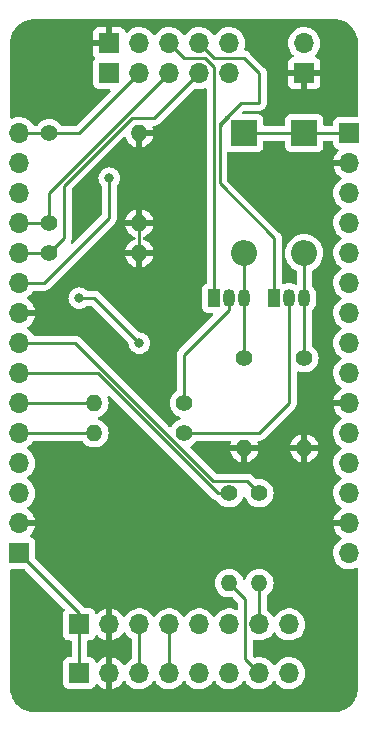
<source format=gbr>
%TF.GenerationSoftware,KiCad,Pcbnew,(6.0.7)*%
%TF.CreationDate,2023-01-13T16:37:56+02:00*%
%TF.ProjectId,Design,44657369-676e-42e6-9b69-6361645f7063,rev?*%
%TF.SameCoordinates,Original*%
%TF.FileFunction,Copper,L1,Top*%
%TF.FilePolarity,Positive*%
%FSLAX46Y46*%
G04 Gerber Fmt 4.6, Leading zero omitted, Abs format (unit mm)*
G04 Created by KiCad (PCBNEW (6.0.7)) date 2023-01-13 16:37:56*
%MOMM*%
%LPD*%
G01*
G04 APERTURE LIST*
%TA.AperFunction,ComponentPad*%
%ADD10R,1.700000X1.700000*%
%TD*%
%TA.AperFunction,ComponentPad*%
%ADD11O,1.700000X1.700000*%
%TD*%
%TA.AperFunction,ComponentPad*%
%ADD12R,1.050000X1.500000*%
%TD*%
%TA.AperFunction,ComponentPad*%
%ADD13O,1.050000X1.500000*%
%TD*%
%TA.AperFunction,ComponentPad*%
%ADD14R,2.200000X2.200000*%
%TD*%
%TA.AperFunction,ComponentPad*%
%ADD15O,2.200000X2.200000*%
%TD*%
%TA.AperFunction,ComponentPad*%
%ADD16C,1.400000*%
%TD*%
%TA.AperFunction,ComponentPad*%
%ADD17O,1.400000X1.400000*%
%TD*%
%TA.AperFunction,ViaPad*%
%ADD18C,0.800000*%
%TD*%
%TA.AperFunction,Conductor*%
%ADD19C,0.250000*%
%TD*%
G04 APERTURE END LIST*
D10*
%TO.P,J5,1,Pin_1*%
%TO.N,G*%
X81280000Y-50800000D03*
D11*
%TO.P,J5,2,Pin_2*%
%TO.N,3V*%
X83820000Y-50800000D03*
%TO.P,J5,3,Pin_3*%
%TO.N,Xaxis*%
X86360000Y-50800000D03*
%TO.P,J5,4,Pin_4*%
%TO.N,Yaxis*%
X88900000Y-50800000D03*
%TO.P,J5,5,Pin_5*%
%TO.N,unconnected-(J5-Pad5)*%
X91440000Y-50800000D03*
%TD*%
D10*
%TO.P,J1,1,Pin_1*%
%TO.N,3V*%
X78740000Y-100012500D03*
D11*
%TO.P,J1,2,Pin_2*%
%TO.N,G*%
X81280000Y-100012500D03*
%TO.P,J1,3,Pin_3*%
%TO.N,D1*%
X83820000Y-100012500D03*
%TO.P,J1,4,Pin_4*%
%TO.N,D2*%
X86360000Y-100012500D03*
%TO.P,J1,5,Pin_5*%
%TO.N,unconnected-(J1-Pad5)*%
X88900000Y-100012500D03*
%TO.P,J1,6,Pin_6*%
%TO.N,unconnected-(J1-Pad6)*%
X91440000Y-100012500D03*
%TO.P,J1,7,Pin_7*%
%TO.N,Net-(J1-Pad7)*%
X93980000Y-100012500D03*
%TO.P,J1,8,Pin_8*%
%TO.N,unconnected-(J1-Pad8)*%
X96520000Y-100012500D03*
%TD*%
D12*
%TO.P,Q2,1,C*%
%TO.N,Yaxis*%
X95250000Y-72390000D03*
D13*
%TO.P,Q2,2,B*%
%TO.N,Net-(Q2-Pad2)*%
X96520000Y-72390000D03*
%TO.P,Q2,3,E*%
%TO.N,Net-(D2-Pad2)*%
X97790000Y-72390000D03*
%TD*%
D14*
%TO.P,D1,1,K*%
%TO.N,A0*%
X92710000Y-58420000D03*
D15*
%TO.P,D1,2,A*%
%TO.N,Net-(D1-Pad2)*%
X92710000Y-68580000D03*
%TD*%
D14*
%TO.P,D2,1,K*%
%TO.N,A0*%
X97790000Y-58420000D03*
D15*
%TO.P,D2,2,A*%
%TO.N,Net-(D2-Pad2)*%
X97790000Y-68580000D03*
%TD*%
D16*
%TO.P,R2,1*%
%TO.N,D6*%
X91440000Y-88900000D03*
D17*
%TO.P,R2,2*%
%TO.N,Net-(J4-Pad7)*%
X91440000Y-96520000D03*
%TD*%
D16*
%TO.P,R5,1*%
%TO.N,D0*%
X76200000Y-58420000D03*
D17*
%TO.P,R5,2*%
%TO.N,G*%
X83820000Y-58420000D03*
%TD*%
D16*
%TO.P,R1,1*%
%TO.N,D5*%
X93980000Y-88900000D03*
D17*
%TO.P,R1,2*%
%TO.N,Net-(J1-Pad7)*%
X93980000Y-96520000D03*
%TD*%
D16*
%TO.P,R7,1*%
%TO.N,D4*%
X76200000Y-68580000D03*
D17*
%TO.P,R7,2*%
%TO.N,G*%
X83820000Y-68580000D03*
%TD*%
D16*
%TO.P,R3,1*%
%TO.N,Net-(Q1-Pad2)*%
X87630000Y-81280000D03*
D17*
%TO.P,R3,2*%
%TO.N,D7*%
X80010000Y-81280000D03*
%TD*%
D10*
%TO.P,J3,1,Pin_1*%
%TO.N,3V*%
X73660000Y-93980000D03*
D11*
%TO.P,J3,2,Pin_2*%
%TO.N,G*%
X73660000Y-91440000D03*
%TO.P,J3,3,Pin_3*%
%TO.N,TX*%
X73660000Y-88900000D03*
%TO.P,J3,4,Pin_4*%
%TO.N,RT*%
X73660000Y-86360000D03*
%TO.P,J3,5,Pin_5*%
%TO.N,D8*%
X73660000Y-83820000D03*
%TO.P,J3,6,Pin_6*%
%TO.N,D7*%
X73660000Y-81280000D03*
%TO.P,J3,7,Pin_7*%
%TO.N,D6*%
X73660000Y-78740000D03*
%TO.P,J3,8,Pin_8*%
%TO.N,D5*%
X73660000Y-76200000D03*
%TO.P,J3,9,Pin_9*%
%TO.N,G*%
X73660000Y-73660000D03*
%TO.P,J3,10,Pin_10*%
%TO.N,3V*%
X73660000Y-71120000D03*
%TO.P,J3,11,Pin_11*%
%TO.N,D4*%
X73660000Y-68580000D03*
%TO.P,J3,12,Pin_12*%
%TO.N,D3*%
X73660000Y-66040000D03*
%TO.P,J3,13,Pin_13*%
%TO.N,D2*%
X73660000Y-63500000D03*
%TO.P,J3,14,Pin_14*%
%TO.N,D1*%
X73660000Y-60960000D03*
%TO.P,J3,15,Pin_15*%
%TO.N,D0*%
X73660000Y-58420000D03*
%TD*%
D16*
%TO.P,R8,1*%
%TO.N,Net-(Q2-Pad2)*%
X87630000Y-83820000D03*
D17*
%TO.P,R8,2*%
%TO.N,D8*%
X80010000Y-83820000D03*
%TD*%
D10*
%TO.P,J7,1,Pin_1*%
%TO.N,3V*%
X81280000Y-53340000D03*
D11*
%TO.P,J7,2,Pin_2*%
%TO.N,D0*%
X83820000Y-53340000D03*
%TO.P,J7,3,Pin_3*%
%TO.N,D3*%
X86360000Y-53340000D03*
%TO.P,J7,4,Pin_4*%
%TO.N,D4*%
X88900000Y-53340000D03*
%TO.P,J7,5,Pin_5*%
%TO.N,unconnected-(J7-Pad5)*%
X91440000Y-53340000D03*
%TD*%
D16*
%TO.P,R6,1*%
%TO.N,D3*%
X76200000Y-66040000D03*
D17*
%TO.P,R6,2*%
%TO.N,G*%
X83820000Y-66040000D03*
%TD*%
D16*
%TO.P,R4,1*%
%TO.N,Net-(D1-Pad2)*%
X92710000Y-77470000D03*
D17*
%TO.P,R4,2*%
%TO.N,G*%
X92710000Y-85090000D03*
%TD*%
D10*
%TO.P,J6,1,Pin_1*%
%TO.N,G*%
X97790000Y-53340000D03*
D11*
%TO.P,J6,2,Pin_2*%
%TO.N,3V*%
X97790000Y-50800000D03*
%TD*%
D16*
%TO.P,R9,1*%
%TO.N,Net-(D2-Pad2)*%
X97790000Y-77470000D03*
D17*
%TO.P,R9,2*%
%TO.N,G*%
X97790000Y-85090000D03*
%TD*%
D10*
%TO.P,J2,1,Pin_1*%
%TO.N,A0*%
X101600000Y-58420000D03*
D11*
%TO.P,J2,2,Pin_2*%
%TO.N,G*%
X101600000Y-60960000D03*
%TO.P,J2,3,Pin_3*%
%TO.N,VV*%
X101600000Y-63500000D03*
%TO.P,J2,4,Pin_4*%
%TO.N,S3*%
X101600000Y-66040000D03*
%TO.P,J2,5,Pin_5*%
%TO.N,S2*%
X101600000Y-68580000D03*
%TO.P,J2,6,Pin_6*%
%TO.N,S1*%
X101600000Y-71120000D03*
%TO.P,J2,7,Pin_7*%
%TO.N,Sc*%
X101600000Y-73660000D03*
%TO.P,J2,8,Pin_8*%
%TO.N,S0*%
X101600000Y-76200000D03*
%TO.P,J2,9,Pin_9*%
%TO.N,SK*%
X101600000Y-78740000D03*
%TO.P,J2,10,Pin_10*%
%TO.N,G*%
X101600000Y-81280000D03*
%TO.P,J2,11,Pin_11*%
%TO.N,3V*%
X101600000Y-83820000D03*
%TO.P,J2,12,Pin_12*%
%TO.N,EN*%
X101600000Y-86360000D03*
%TO.P,J2,13,Pin_13*%
%TO.N,RST*%
X101600000Y-88900000D03*
%TO.P,J2,14,Pin_14*%
%TO.N,G*%
X101600000Y-91440000D03*
%TO.P,J2,15,Pin_15*%
%TO.N,Vin*%
X101600000Y-93980000D03*
%TD*%
D12*
%TO.P,Q1,1,C*%
%TO.N,Xaxis*%
X90170000Y-72390000D03*
D13*
%TO.P,Q1,2,B*%
%TO.N,Net-(Q1-Pad2)*%
X91440000Y-72390000D03*
%TO.P,Q1,3,E*%
%TO.N,Net-(D1-Pad2)*%
X92710000Y-72390000D03*
%TD*%
D10*
%TO.P,J4,1,Pin_1*%
%TO.N,3V*%
X78740000Y-104140000D03*
D11*
%TO.P,J4,2,Pin_2*%
%TO.N,G*%
X81280000Y-104140000D03*
%TO.P,J4,3,Pin_3*%
%TO.N,D1*%
X83820000Y-104140000D03*
%TO.P,J4,4,Pin_4*%
%TO.N,D2*%
X86360000Y-104140000D03*
%TO.P,J4,5,Pin_5*%
%TO.N,unconnected-(J4-Pad5)*%
X88900000Y-104140000D03*
%TO.P,J4,6,Pin_6*%
%TO.N,unconnected-(J4-Pad6)*%
X91440000Y-104140000D03*
%TO.P,J4,7,Pin_7*%
%TO.N,Net-(J4-Pad7)*%
X93980000Y-104140000D03*
%TO.P,J4,8,Pin_8*%
%TO.N,unconnected-(J4-Pad8)*%
X96520000Y-104140000D03*
%TD*%
D18*
%TO.N,3V*%
X81280000Y-62230000D03*
%TO.N,D2*%
X78740000Y-72390000D03*
X83820000Y-76200000D03*
%TD*%
D19*
%TO.N,Net-(Q1-Pad2)*%
X91440000Y-72390000D02*
X91440000Y-73390000D01*
X91440000Y-73390000D02*
X87630000Y-77200000D01*
X87630000Y-77200000D02*
X87630000Y-81280000D01*
%TO.N,D8*%
X80010000Y-83820000D02*
X73660000Y-83820000D01*
%TO.N,Net-(D1-Pad2)*%
X92710000Y-68580000D02*
X92710000Y-72390000D01*
X92710000Y-77470000D02*
X92710000Y-72390000D01*
%TO.N,G*%
X97790000Y-85090000D02*
X92710000Y-85090000D01*
X83820000Y-68580000D02*
X83820000Y-66040000D01*
X81280000Y-104140000D02*
X81280000Y-100012500D01*
X83820000Y-66040000D02*
X83820000Y-58420000D01*
%TO.N,Net-(Q2-Pad2)*%
X96520000Y-81280000D02*
X93980000Y-83820000D01*
X96520000Y-72390000D02*
X96520000Y-81280000D01*
X93980000Y-83820000D02*
X87630000Y-83820000D01*
%TO.N,D7*%
X73660000Y-81280000D02*
X80010000Y-81280000D01*
%TO.N,Net-(D2-Pad2)*%
X97790000Y-72390000D02*
X97790000Y-68580000D01*
X97790000Y-77470000D02*
X97790000Y-72390000D01*
%TO.N,Xaxis*%
X87630000Y-52070000D02*
X86360000Y-50800000D01*
X89428558Y-52070000D02*
X87630000Y-52070000D01*
X90170000Y-52811442D02*
X89428558Y-52070000D01*
X90170000Y-72390000D02*
X90170000Y-52811442D01*
%TO.N,Yaxis*%
X91373567Y-57083567D02*
X91196433Y-57083567D01*
X90620000Y-57660000D02*
X90620000Y-58420000D01*
X93980000Y-53340000D02*
X93980000Y-55880000D01*
X90174278Y-52074278D02*
X92714278Y-52074278D01*
X90620000Y-57660000D02*
X90620000Y-62680000D01*
X90620000Y-58420000D02*
X90620000Y-57837134D01*
X93980000Y-55880000D02*
X92400000Y-55880000D01*
X88900000Y-50800000D02*
X90174278Y-52074278D01*
X90620000Y-57837134D02*
X91373567Y-57083567D01*
X95250000Y-67310000D02*
X95250000Y-72390000D01*
X91196433Y-57083567D02*
X90620000Y-57660000D01*
X92400000Y-55880000D02*
X90620000Y-57660000D01*
X92714278Y-52074278D02*
X93980000Y-53340000D01*
X90620000Y-62680000D02*
X95250000Y-67310000D01*
%TO.N,A0*%
X101600000Y-58420000D02*
X97790000Y-58420000D01*
X97790000Y-58420000D02*
X92710000Y-58420000D01*
%TO.N,3V*%
X73660000Y-71120000D02*
X75767180Y-71120000D01*
X78740000Y-100012500D02*
X78740000Y-99060000D01*
X78740000Y-104140000D02*
X78740000Y-100012500D01*
X81280000Y-65607180D02*
X81280000Y-62230000D01*
X75767180Y-71120000D02*
X81280000Y-65607180D01*
X78740000Y-99060000D02*
X73660000Y-93980000D01*
%TO.N,D6*%
X90450051Y-88900000D02*
X80290051Y-78740000D01*
X80290051Y-78740000D02*
X73660000Y-78740000D01*
X91440000Y-88900000D02*
X90450051Y-88900000D01*
%TO.N,D5*%
X90061447Y-87875000D02*
X78386447Y-76200000D01*
X92955000Y-87875000D02*
X90061447Y-87875000D01*
X78386447Y-76200000D02*
X73660000Y-76200000D01*
X93980000Y-88900000D02*
X92955000Y-87875000D01*
%TO.N,D4*%
X77470000Y-62866396D02*
X77470000Y-67310000D01*
X73660000Y-68580000D02*
X76200000Y-68580000D01*
X85090000Y-57150000D02*
X83186396Y-57150000D01*
X77470000Y-67310000D02*
X76200000Y-68580000D01*
X83186396Y-57150000D02*
X77470000Y-62866396D01*
X88900000Y-53340000D02*
X85090000Y-57150000D01*
%TO.N,D3*%
X76200000Y-63500000D02*
X86360000Y-53340000D01*
X76200000Y-66040000D02*
X76200000Y-63500000D01*
X76200000Y-66040000D02*
X73660000Y-66040000D01*
%TO.N,D2*%
X80010000Y-72390000D02*
X78740000Y-72390000D01*
X83820000Y-76200000D02*
X80010000Y-72390000D01*
X86360000Y-104140000D02*
X86360000Y-100012500D01*
%TO.N,D1*%
X83820000Y-104140000D02*
X83820000Y-100012500D01*
%TO.N,D0*%
X73660000Y-58420000D02*
X76200000Y-58420000D01*
X76200000Y-58420000D02*
X78740000Y-58420000D01*
X78740000Y-58420000D02*
X83820000Y-53340000D01*
%TO.N,Net-(J1-Pad7)*%
X93980000Y-100012500D02*
X93980000Y-96520000D01*
%TO.N,Net-(J4-Pad7)*%
X93980000Y-104140000D02*
X92805000Y-102965000D01*
X92805000Y-102965000D02*
X92805000Y-97885000D01*
X92805000Y-97885000D02*
X91440000Y-96520000D01*
%TD*%
%TA.AperFunction,Conductor*%
%TO.N,G*%
G36*
X96123621Y-59073502D02*
G01*
X96170114Y-59127158D01*
X96181500Y-59179500D01*
X96181500Y-59568134D01*
X96188255Y-59630316D01*
X96239385Y-59766705D01*
X96326739Y-59883261D01*
X96443295Y-59970615D01*
X96579684Y-60021745D01*
X96641866Y-60028500D01*
X98938134Y-60028500D01*
X99000316Y-60021745D01*
X99136705Y-59970615D01*
X99253261Y-59883261D01*
X99340615Y-59766705D01*
X99391745Y-59630316D01*
X99398500Y-59568134D01*
X99398500Y-59179500D01*
X99418502Y-59111379D01*
X99472158Y-59064886D01*
X99524500Y-59053500D01*
X100115500Y-59053500D01*
X100183621Y-59073502D01*
X100230114Y-59127158D01*
X100241500Y-59179500D01*
X100241500Y-59318134D01*
X100248255Y-59380316D01*
X100299385Y-59516705D01*
X100386739Y-59633261D01*
X100503295Y-59720615D01*
X100511704Y-59723767D01*
X100511705Y-59723768D01*
X100620960Y-59764726D01*
X100677725Y-59807367D01*
X100702425Y-59873929D01*
X100687218Y-59943278D01*
X100667825Y-59969759D01*
X100544590Y-60098717D01*
X100538104Y-60106727D01*
X100418098Y-60282649D01*
X100413000Y-60291623D01*
X100323338Y-60484783D01*
X100319775Y-60494470D01*
X100264389Y-60694183D01*
X100265912Y-60702607D01*
X100278292Y-60706000D01*
X101728000Y-60706000D01*
X101796121Y-60726002D01*
X101842614Y-60779658D01*
X101854000Y-60832000D01*
X101854000Y-61088000D01*
X101833998Y-61156121D01*
X101780342Y-61202614D01*
X101728000Y-61214000D01*
X100283225Y-61214000D01*
X100269694Y-61217973D01*
X100268257Y-61227966D01*
X100298565Y-61362446D01*
X100301645Y-61372275D01*
X100381770Y-61569603D01*
X100386413Y-61578794D01*
X100497694Y-61760388D01*
X100503777Y-61768699D01*
X100643213Y-61929667D01*
X100650580Y-61936883D01*
X100814434Y-62072916D01*
X100822881Y-62078831D01*
X100891969Y-62119203D01*
X100940693Y-62170842D01*
X100953764Y-62240625D01*
X100927033Y-62306396D01*
X100886584Y-62339752D01*
X100873607Y-62346507D01*
X100869474Y-62349610D01*
X100869471Y-62349612D01*
X100699100Y-62477530D01*
X100694965Y-62480635D01*
X100540629Y-62642138D01*
X100414743Y-62826680D01*
X100399003Y-62860590D01*
X100332278Y-63004337D01*
X100320688Y-63029305D01*
X100260989Y-63244570D01*
X100237251Y-63466695D01*
X100237548Y-63471848D01*
X100237548Y-63471851D01*
X100243011Y-63566590D01*
X100250110Y-63689715D01*
X100251247Y-63694761D01*
X100251248Y-63694767D01*
X100265815Y-63759404D01*
X100299222Y-63907639D01*
X100383266Y-64114616D01*
X100499987Y-64305088D01*
X100646250Y-64473938D01*
X100818126Y-64616632D01*
X100833470Y-64625598D01*
X100891445Y-64659476D01*
X100940169Y-64711114D01*
X100953240Y-64780897D01*
X100926509Y-64846669D01*
X100886055Y-64880027D01*
X100873607Y-64886507D01*
X100869474Y-64889610D01*
X100869471Y-64889612D01*
X100708627Y-65010377D01*
X100694965Y-65020635D01*
X100540629Y-65182138D01*
X100414743Y-65366680D01*
X100320688Y-65569305D01*
X100260989Y-65784570D01*
X100237251Y-66006695D01*
X100237548Y-66011848D01*
X100237548Y-66011851D01*
X100242795Y-66102843D01*
X100250110Y-66229715D01*
X100251247Y-66234761D01*
X100251248Y-66234767D01*
X100275304Y-66341508D01*
X100299222Y-66447639D01*
X100383266Y-66654616D01*
X100385965Y-66659020D01*
X100486863Y-66823671D01*
X100499987Y-66845088D01*
X100646250Y-67013938D01*
X100818126Y-67156632D01*
X100888595Y-67197811D01*
X100891445Y-67199476D01*
X100940169Y-67251114D01*
X100953240Y-67320897D01*
X100926509Y-67386669D01*
X100886055Y-67420027D01*
X100873607Y-67426507D01*
X100869474Y-67429610D01*
X100869471Y-67429612D01*
X100725940Y-67537378D01*
X100694965Y-67560635D01*
X100540629Y-67722138D01*
X100414743Y-67906680D01*
X100381323Y-67978677D01*
X100335760Y-68076836D01*
X100320688Y-68109305D01*
X100260989Y-68324570D01*
X100237251Y-68546695D01*
X100237548Y-68551848D01*
X100237548Y-68551851D01*
X100249812Y-68764547D01*
X100250110Y-68769715D01*
X100251247Y-68774761D01*
X100251248Y-68774767D01*
X100268680Y-68852115D01*
X100299222Y-68987639D01*
X100383266Y-69194616D01*
X100385965Y-69199020D01*
X100486863Y-69363671D01*
X100499987Y-69385088D01*
X100646250Y-69553938D01*
X100818126Y-69696632D01*
X100859670Y-69720908D01*
X100891445Y-69739476D01*
X100940169Y-69791114D01*
X100953240Y-69860897D01*
X100926509Y-69926669D01*
X100886055Y-69960027D01*
X100873607Y-69966507D01*
X100869474Y-69969610D01*
X100869471Y-69969612D01*
X100729515Y-70074694D01*
X100694965Y-70100635D01*
X100540629Y-70262138D01*
X100414743Y-70446680D01*
X100320688Y-70649305D01*
X100260989Y-70864570D01*
X100237251Y-71086695D01*
X100237548Y-71091848D01*
X100237548Y-71091851D01*
X100243906Y-71202119D01*
X100250110Y-71309715D01*
X100251247Y-71314761D01*
X100251248Y-71314767D01*
X100267189Y-71385500D01*
X100299222Y-71527639D01*
X100359014Y-71674890D01*
X100376662Y-71718351D01*
X100383266Y-71734616D01*
X100417982Y-71791267D01*
X100493110Y-71913865D01*
X100499987Y-71925088D01*
X100646250Y-72093938D01*
X100818126Y-72236632D01*
X100833470Y-72245598D01*
X100891445Y-72279476D01*
X100940169Y-72331114D01*
X100953240Y-72400897D01*
X100926509Y-72466669D01*
X100886055Y-72500027D01*
X100873607Y-72506507D01*
X100869474Y-72509610D01*
X100869471Y-72509612D01*
X100699100Y-72637530D01*
X100694965Y-72640635D01*
X100540629Y-72802138D01*
X100414743Y-72986680D01*
X100412564Y-72991375D01*
X100326290Y-73177237D01*
X100320688Y-73189305D01*
X100260989Y-73404570D01*
X100237251Y-73626695D01*
X100237548Y-73631848D01*
X100237548Y-73631851D01*
X100239691Y-73669014D01*
X100250110Y-73849715D01*
X100251247Y-73854761D01*
X100251248Y-73854767D01*
X100275304Y-73961508D01*
X100299222Y-74067639D01*
X100383266Y-74274616D01*
X100499987Y-74465088D01*
X100646250Y-74633938D01*
X100818126Y-74776632D01*
X100833470Y-74785598D01*
X100891445Y-74819476D01*
X100940169Y-74871114D01*
X100953240Y-74940897D01*
X100926509Y-75006669D01*
X100886055Y-75040027D01*
X100873607Y-75046507D01*
X100869474Y-75049610D01*
X100869471Y-75049612D01*
X100845247Y-75067800D01*
X100694965Y-75180635D01*
X100540629Y-75342138D01*
X100414743Y-75526680D01*
X100376011Y-75610121D01*
X100339471Y-75688841D01*
X100320688Y-75729305D01*
X100260989Y-75944570D01*
X100237251Y-76166695D01*
X100250110Y-76389715D01*
X100251247Y-76394761D01*
X100251248Y-76394767D01*
X100261054Y-76438276D01*
X100299222Y-76607639D01*
X100383266Y-76814616D01*
X100419629Y-76873955D01*
X100493072Y-76993803D01*
X100499987Y-77005088D01*
X100646250Y-77173938D01*
X100818126Y-77316632D01*
X100833470Y-77325598D01*
X100891445Y-77359476D01*
X100940169Y-77411114D01*
X100953240Y-77480897D01*
X100926509Y-77546669D01*
X100886055Y-77580027D01*
X100873607Y-77586507D01*
X100869474Y-77589610D01*
X100869471Y-77589612D01*
X100699100Y-77717530D01*
X100694965Y-77720635D01*
X100540629Y-77882138D01*
X100537715Y-77886410D01*
X100537714Y-77886411D01*
X100534307Y-77891405D01*
X100414743Y-78066680D01*
X100320688Y-78269305D01*
X100260989Y-78484570D01*
X100237251Y-78706695D01*
X100250110Y-78929715D01*
X100251247Y-78934761D01*
X100251248Y-78934767D01*
X100275304Y-79041508D01*
X100299222Y-79147639D01*
X100383266Y-79354616D01*
X100499987Y-79545088D01*
X100646250Y-79713938D01*
X100818126Y-79856632D01*
X100833470Y-79865598D01*
X100891955Y-79899774D01*
X100940679Y-79951412D01*
X100953750Y-80021195D01*
X100927019Y-80086967D01*
X100886562Y-80120327D01*
X100878457Y-80124546D01*
X100869738Y-80130036D01*
X100699433Y-80257905D01*
X100691726Y-80264748D01*
X100544590Y-80418717D01*
X100538104Y-80426727D01*
X100418098Y-80602649D01*
X100413000Y-80611623D01*
X100323338Y-80804783D01*
X100319775Y-80814470D01*
X100264389Y-81014183D01*
X100265912Y-81022607D01*
X100278292Y-81026000D01*
X101728000Y-81026000D01*
X101796121Y-81046002D01*
X101842614Y-81099658D01*
X101854000Y-81152000D01*
X101854000Y-81408000D01*
X101833998Y-81476121D01*
X101780342Y-81522614D01*
X101728000Y-81534000D01*
X100283225Y-81534000D01*
X100269694Y-81537973D01*
X100268257Y-81547966D01*
X100298565Y-81682446D01*
X100301645Y-81692275D01*
X100381770Y-81889603D01*
X100386413Y-81898794D01*
X100497694Y-82080388D01*
X100503777Y-82088699D01*
X100643213Y-82249667D01*
X100650580Y-82256883D01*
X100814434Y-82392916D01*
X100822881Y-82398831D01*
X100891969Y-82439203D01*
X100940693Y-82490842D01*
X100953764Y-82560625D01*
X100927033Y-82626396D01*
X100886584Y-82659752D01*
X100873607Y-82666507D01*
X100869474Y-82669610D01*
X100869471Y-82669612D01*
X100732349Y-82772566D01*
X100694965Y-82800635D01*
X100540629Y-82962138D01*
X100414743Y-83146680D01*
X100383753Y-83213442D01*
X100345440Y-83295982D01*
X100320688Y-83349305D01*
X100260989Y-83564570D01*
X100237251Y-83786695D01*
X100237548Y-83791848D01*
X100237548Y-83791851D01*
X100246831Y-83952842D01*
X100250110Y-84009715D01*
X100251247Y-84014761D01*
X100251248Y-84014767D01*
X100275304Y-84121508D01*
X100299222Y-84227639D01*
X100359014Y-84374890D01*
X100376662Y-84418351D01*
X100383266Y-84434616D01*
X100399054Y-84460379D01*
X100486863Y-84603671D01*
X100499987Y-84625088D01*
X100646250Y-84793938D01*
X100818126Y-84936632D01*
X100858982Y-84960506D01*
X100891445Y-84979476D01*
X100940169Y-85031114D01*
X100953240Y-85100897D01*
X100926509Y-85166669D01*
X100886055Y-85200027D01*
X100873607Y-85206507D01*
X100869474Y-85209610D01*
X100869471Y-85209612D01*
X100845247Y-85227800D01*
X100694965Y-85340635D01*
X100540629Y-85502138D01*
X100414743Y-85686680D01*
X100320688Y-85889305D01*
X100260989Y-86104570D01*
X100237251Y-86326695D01*
X100237548Y-86331848D01*
X100237548Y-86331851D01*
X100243011Y-86426590D01*
X100250110Y-86549715D01*
X100251247Y-86554761D01*
X100251248Y-86554767D01*
X100271119Y-86642939D01*
X100299222Y-86767639D01*
X100383266Y-86974616D01*
X100499987Y-87165088D01*
X100646250Y-87333938D01*
X100818126Y-87476632D01*
X100828591Y-87482747D01*
X100891445Y-87519476D01*
X100940169Y-87571114D01*
X100953240Y-87640897D01*
X100926509Y-87706669D01*
X100886055Y-87740027D01*
X100873607Y-87746507D01*
X100869474Y-87749610D01*
X100869471Y-87749612D01*
X100732349Y-87852566D01*
X100694965Y-87880635D01*
X100540629Y-88042138D01*
X100414743Y-88226680D01*
X100320688Y-88429305D01*
X100260989Y-88644570D01*
X100237251Y-88866695D01*
X100237548Y-88871848D01*
X100237548Y-88871851D01*
X100243011Y-88966590D01*
X100250110Y-89089715D01*
X100251247Y-89094761D01*
X100251248Y-89094767D01*
X100273392Y-89193023D01*
X100299222Y-89307639D01*
X100354900Y-89444758D01*
X100376817Y-89498733D01*
X100383266Y-89514616D01*
X100434019Y-89597438D01*
X100486863Y-89683671D01*
X100499987Y-89705088D01*
X100646250Y-89873938D01*
X100818126Y-90016632D01*
X100860476Y-90041379D01*
X100891955Y-90059774D01*
X100940679Y-90111412D01*
X100953750Y-90181195D01*
X100927019Y-90246967D01*
X100886562Y-90280327D01*
X100878457Y-90284546D01*
X100869738Y-90290036D01*
X100699433Y-90417905D01*
X100691726Y-90424748D01*
X100544590Y-90578717D01*
X100538104Y-90586727D01*
X100418098Y-90762649D01*
X100413000Y-90771623D01*
X100323338Y-90964783D01*
X100319775Y-90974470D01*
X100264389Y-91174183D01*
X100265912Y-91182607D01*
X100278292Y-91186000D01*
X101728000Y-91186000D01*
X101796121Y-91206002D01*
X101842614Y-91259658D01*
X101854000Y-91312000D01*
X101854000Y-91568000D01*
X101833998Y-91636121D01*
X101780342Y-91682614D01*
X101728000Y-91694000D01*
X100283225Y-91694000D01*
X100269694Y-91697973D01*
X100268257Y-91707966D01*
X100298565Y-91842446D01*
X100301645Y-91852275D01*
X100381770Y-92049603D01*
X100386413Y-92058794D01*
X100497694Y-92240388D01*
X100503777Y-92248699D01*
X100643213Y-92409667D01*
X100650580Y-92416883D01*
X100814434Y-92552916D01*
X100822881Y-92558831D01*
X100891969Y-92599203D01*
X100940693Y-92650842D01*
X100953764Y-92720625D01*
X100927033Y-92786396D01*
X100886584Y-92819752D01*
X100873607Y-92826507D01*
X100869474Y-92829610D01*
X100869471Y-92829612D01*
X100699100Y-92957530D01*
X100694965Y-92960635D01*
X100540629Y-93122138D01*
X100414743Y-93306680D01*
X100320688Y-93509305D01*
X100260989Y-93724570D01*
X100237251Y-93946695D01*
X100250110Y-94169715D01*
X100251247Y-94174761D01*
X100251248Y-94174767D01*
X100275304Y-94281508D01*
X100299222Y-94387639D01*
X100383266Y-94594616D01*
X100499987Y-94785088D01*
X100646250Y-94953938D01*
X100818126Y-95096632D01*
X101011000Y-95209338D01*
X101219692Y-95289030D01*
X101224760Y-95290061D01*
X101224763Y-95290062D01*
X101309801Y-95307363D01*
X101438597Y-95333567D01*
X101443772Y-95333757D01*
X101443774Y-95333757D01*
X101656673Y-95341564D01*
X101656677Y-95341564D01*
X101661837Y-95341753D01*
X101666957Y-95341097D01*
X101666959Y-95341097D01*
X101878288Y-95314025D01*
X101878289Y-95314025D01*
X101883416Y-95313368D01*
X101905028Y-95306884D01*
X102092429Y-95250661D01*
X102092434Y-95250659D01*
X102097384Y-95249174D01*
X102180070Y-95208666D01*
X102250041Y-95196660D01*
X102315398Y-95224390D01*
X102355388Y-95283052D01*
X102361500Y-95321818D01*
X102361500Y-105360633D01*
X102360000Y-105380018D01*
X102357690Y-105394851D01*
X102357690Y-105394855D01*
X102356309Y-105403724D01*
X102357473Y-105412626D01*
X102357473Y-105412629D01*
X102358439Y-105420012D01*
X102359233Y-105444591D01*
X102344660Y-105666922D01*
X102342509Y-105683262D01*
X102293889Y-105927693D01*
X102289625Y-105943606D01*
X102255312Y-106044689D01*
X102209516Y-106179600D01*
X102203209Y-106194826D01*
X102092984Y-106418342D01*
X102084743Y-106432616D01*
X101946287Y-106639829D01*
X101936254Y-106652905D01*
X101771932Y-106840278D01*
X101760278Y-106851932D01*
X101572905Y-107016254D01*
X101559829Y-107026287D01*
X101352616Y-107164743D01*
X101338342Y-107172984D01*
X101114826Y-107283209D01*
X101099602Y-107289515D01*
X100863606Y-107369625D01*
X100847696Y-107373888D01*
X100725478Y-107398199D01*
X100603262Y-107422509D01*
X100586922Y-107424660D01*
X100438134Y-107434413D01*
X100371763Y-107438763D01*
X100348650Y-107437733D01*
X100345146Y-107437690D01*
X100336276Y-107436309D01*
X100327374Y-107437473D01*
X100327372Y-107437473D01*
X100313915Y-107439233D01*
X100304714Y-107440436D01*
X100288379Y-107441500D01*
X74979367Y-107441500D01*
X74959982Y-107440000D01*
X74945149Y-107437690D01*
X74945145Y-107437690D01*
X74936276Y-107436309D01*
X74927374Y-107437473D01*
X74927371Y-107437473D01*
X74919988Y-107438439D01*
X74895409Y-107439233D01*
X74850799Y-107436309D01*
X74673078Y-107424660D01*
X74656738Y-107422509D01*
X74534522Y-107398199D01*
X74412304Y-107373888D01*
X74396394Y-107369625D01*
X74160398Y-107289515D01*
X74145174Y-107283209D01*
X73921658Y-107172984D01*
X73907384Y-107164743D01*
X73700171Y-107026287D01*
X73687095Y-107016254D01*
X73499722Y-106851932D01*
X73488068Y-106840278D01*
X73323746Y-106652905D01*
X73313713Y-106639829D01*
X73175257Y-106432616D01*
X73167016Y-106418342D01*
X73056791Y-106194826D01*
X73050484Y-106179600D01*
X73004688Y-106044689D01*
X72970375Y-105943606D01*
X72966111Y-105927693D01*
X72917491Y-105683262D01*
X72915340Y-105666922D01*
X72901476Y-105455407D01*
X72902650Y-105432232D01*
X72902334Y-105432204D01*
X72902770Y-105427344D01*
X72903576Y-105422552D01*
X72903729Y-105410000D01*
X72899773Y-105382376D01*
X72898500Y-105364514D01*
X72898500Y-95464500D01*
X72918502Y-95396379D01*
X72972158Y-95349886D01*
X73024500Y-95338500D01*
X74070406Y-95338500D01*
X74138527Y-95358502D01*
X74159501Y-95375405D01*
X77473739Y-98689644D01*
X77507765Y-98751956D01*
X77502700Y-98822772D01*
X77485470Y-98854304D01*
X77439385Y-98915795D01*
X77388255Y-99052184D01*
X77381500Y-99114366D01*
X77381500Y-100910634D01*
X77388255Y-100972816D01*
X77439385Y-101109205D01*
X77526739Y-101225761D01*
X77643295Y-101313115D01*
X77779684Y-101364245D01*
X77841866Y-101371000D01*
X77980500Y-101371000D01*
X78048621Y-101391002D01*
X78095114Y-101444658D01*
X78106500Y-101497000D01*
X78106500Y-102655500D01*
X78086498Y-102723621D01*
X78032842Y-102770114D01*
X77980500Y-102781500D01*
X77841866Y-102781500D01*
X77779684Y-102788255D01*
X77643295Y-102839385D01*
X77526739Y-102926739D01*
X77439385Y-103043295D01*
X77388255Y-103179684D01*
X77381500Y-103241866D01*
X77381500Y-105038134D01*
X77388255Y-105100316D01*
X77439385Y-105236705D01*
X77526739Y-105353261D01*
X77643295Y-105440615D01*
X77779684Y-105491745D01*
X77841866Y-105498500D01*
X79638134Y-105498500D01*
X79700316Y-105491745D01*
X79836705Y-105440615D01*
X79953261Y-105353261D01*
X80040615Y-105236705D01*
X80084798Y-105118848D01*
X80127440Y-105062084D01*
X80194001Y-105037384D01*
X80263350Y-105052592D01*
X80298017Y-105080580D01*
X80323218Y-105109673D01*
X80330580Y-105116883D01*
X80494434Y-105252916D01*
X80502881Y-105258831D01*
X80686756Y-105366279D01*
X80696042Y-105370729D01*
X80895001Y-105446703D01*
X80904899Y-105449579D01*
X81008250Y-105470606D01*
X81022299Y-105469410D01*
X81026000Y-105459065D01*
X81026000Y-105458517D01*
X81534000Y-105458517D01*
X81538064Y-105472359D01*
X81551478Y-105474393D01*
X81558184Y-105473534D01*
X81568262Y-105471392D01*
X81772255Y-105410191D01*
X81781842Y-105406433D01*
X81973095Y-105312739D01*
X81981945Y-105307464D01*
X82155328Y-105183792D01*
X82163200Y-105177139D01*
X82314052Y-105026812D01*
X82320730Y-105018965D01*
X82448022Y-104841819D01*
X82449279Y-104842722D01*
X82496373Y-104799362D01*
X82566311Y-104787145D01*
X82631751Y-104814678D01*
X82659579Y-104846511D01*
X82719987Y-104945088D01*
X82866250Y-105113938D01*
X83038126Y-105256632D01*
X83231000Y-105369338D01*
X83439692Y-105449030D01*
X83444760Y-105450061D01*
X83444763Y-105450062D01*
X83539862Y-105469410D01*
X83658597Y-105493567D01*
X83663772Y-105493757D01*
X83663774Y-105493757D01*
X83876673Y-105501564D01*
X83876677Y-105501564D01*
X83881837Y-105501753D01*
X83886957Y-105501097D01*
X83886959Y-105501097D01*
X84098288Y-105474025D01*
X84098289Y-105474025D01*
X84103416Y-105473368D01*
X84108366Y-105471883D01*
X84312429Y-105410661D01*
X84312434Y-105410659D01*
X84317384Y-105409174D01*
X84517994Y-105310896D01*
X84699860Y-105181173D01*
X84858096Y-105023489D01*
X84988453Y-104842077D01*
X84989776Y-104843028D01*
X85036645Y-104799857D01*
X85106580Y-104787625D01*
X85172026Y-104815144D01*
X85199875Y-104846994D01*
X85259987Y-104945088D01*
X85406250Y-105113938D01*
X85578126Y-105256632D01*
X85771000Y-105369338D01*
X85979692Y-105449030D01*
X85984760Y-105450061D01*
X85984763Y-105450062D01*
X86079862Y-105469410D01*
X86198597Y-105493567D01*
X86203772Y-105493757D01*
X86203774Y-105493757D01*
X86416673Y-105501564D01*
X86416677Y-105501564D01*
X86421837Y-105501753D01*
X86426957Y-105501097D01*
X86426959Y-105501097D01*
X86638288Y-105474025D01*
X86638289Y-105474025D01*
X86643416Y-105473368D01*
X86648366Y-105471883D01*
X86852429Y-105410661D01*
X86852434Y-105410659D01*
X86857384Y-105409174D01*
X87057994Y-105310896D01*
X87239860Y-105181173D01*
X87398096Y-105023489D01*
X87528453Y-104842077D01*
X87529776Y-104843028D01*
X87576645Y-104799857D01*
X87646580Y-104787625D01*
X87712026Y-104815144D01*
X87739875Y-104846994D01*
X87799987Y-104945088D01*
X87946250Y-105113938D01*
X88118126Y-105256632D01*
X88311000Y-105369338D01*
X88519692Y-105449030D01*
X88524760Y-105450061D01*
X88524763Y-105450062D01*
X88619862Y-105469410D01*
X88738597Y-105493567D01*
X88743772Y-105493757D01*
X88743774Y-105493757D01*
X88956673Y-105501564D01*
X88956677Y-105501564D01*
X88961837Y-105501753D01*
X88966957Y-105501097D01*
X88966959Y-105501097D01*
X89178288Y-105474025D01*
X89178289Y-105474025D01*
X89183416Y-105473368D01*
X89188366Y-105471883D01*
X89392429Y-105410661D01*
X89392434Y-105410659D01*
X89397384Y-105409174D01*
X89597994Y-105310896D01*
X89779860Y-105181173D01*
X89938096Y-105023489D01*
X90068453Y-104842077D01*
X90069776Y-104843028D01*
X90116645Y-104799857D01*
X90186580Y-104787625D01*
X90252026Y-104815144D01*
X90279875Y-104846994D01*
X90339987Y-104945088D01*
X90486250Y-105113938D01*
X90658126Y-105256632D01*
X90851000Y-105369338D01*
X91059692Y-105449030D01*
X91064760Y-105450061D01*
X91064763Y-105450062D01*
X91159862Y-105469410D01*
X91278597Y-105493567D01*
X91283772Y-105493757D01*
X91283774Y-105493757D01*
X91496673Y-105501564D01*
X91496677Y-105501564D01*
X91501837Y-105501753D01*
X91506957Y-105501097D01*
X91506959Y-105501097D01*
X91718288Y-105474025D01*
X91718289Y-105474025D01*
X91723416Y-105473368D01*
X91728366Y-105471883D01*
X91932429Y-105410661D01*
X91932434Y-105410659D01*
X91937384Y-105409174D01*
X92137994Y-105310896D01*
X92319860Y-105181173D01*
X92478096Y-105023489D01*
X92608453Y-104842077D01*
X92609776Y-104843028D01*
X92656645Y-104799857D01*
X92726580Y-104787625D01*
X92792026Y-104815144D01*
X92819875Y-104846994D01*
X92879987Y-104945088D01*
X93026250Y-105113938D01*
X93198126Y-105256632D01*
X93391000Y-105369338D01*
X93599692Y-105449030D01*
X93604760Y-105450061D01*
X93604763Y-105450062D01*
X93699862Y-105469410D01*
X93818597Y-105493567D01*
X93823772Y-105493757D01*
X93823774Y-105493757D01*
X94036673Y-105501564D01*
X94036677Y-105501564D01*
X94041837Y-105501753D01*
X94046957Y-105501097D01*
X94046959Y-105501097D01*
X94258288Y-105474025D01*
X94258289Y-105474025D01*
X94263416Y-105473368D01*
X94268366Y-105471883D01*
X94472429Y-105410661D01*
X94472434Y-105410659D01*
X94477384Y-105409174D01*
X94677994Y-105310896D01*
X94859860Y-105181173D01*
X95018096Y-105023489D01*
X95148453Y-104842077D01*
X95149776Y-104843028D01*
X95196645Y-104799857D01*
X95266580Y-104787625D01*
X95332026Y-104815144D01*
X95359875Y-104846994D01*
X95419987Y-104945088D01*
X95566250Y-105113938D01*
X95738126Y-105256632D01*
X95931000Y-105369338D01*
X96139692Y-105449030D01*
X96144760Y-105450061D01*
X96144763Y-105450062D01*
X96239862Y-105469410D01*
X96358597Y-105493567D01*
X96363772Y-105493757D01*
X96363774Y-105493757D01*
X96576673Y-105501564D01*
X96576677Y-105501564D01*
X96581837Y-105501753D01*
X96586957Y-105501097D01*
X96586959Y-105501097D01*
X96798288Y-105474025D01*
X96798289Y-105474025D01*
X96803416Y-105473368D01*
X96808366Y-105471883D01*
X97012429Y-105410661D01*
X97012434Y-105410659D01*
X97017384Y-105409174D01*
X97217994Y-105310896D01*
X97399860Y-105181173D01*
X97558096Y-105023489D01*
X97688453Y-104842077D01*
X97701995Y-104814678D01*
X97785136Y-104646453D01*
X97785137Y-104646451D01*
X97787430Y-104641811D01*
X97852370Y-104428069D01*
X97881529Y-104206590D01*
X97883156Y-104140000D01*
X97864852Y-103917361D01*
X97810431Y-103700702D01*
X97721354Y-103495840D01*
X97600014Y-103308277D01*
X97449670Y-103143051D01*
X97445619Y-103139852D01*
X97445615Y-103139848D01*
X97278414Y-103007800D01*
X97278410Y-103007798D01*
X97274359Y-103004598D01*
X97269831Y-103002098D01*
X97153988Y-102938150D01*
X97078789Y-102896638D01*
X97073920Y-102894914D01*
X97073916Y-102894912D01*
X96873087Y-102823795D01*
X96873083Y-102823794D01*
X96868212Y-102822069D01*
X96863119Y-102821162D01*
X96863116Y-102821161D01*
X96653373Y-102783800D01*
X96653367Y-102783799D01*
X96648284Y-102782894D01*
X96574452Y-102781992D01*
X96430081Y-102780228D01*
X96430079Y-102780228D01*
X96424911Y-102780165D01*
X96204091Y-102813955D01*
X95991756Y-102883357D01*
X95950808Y-102904673D01*
X95817975Y-102973822D01*
X95793607Y-102986507D01*
X95789474Y-102989610D01*
X95789471Y-102989612D01*
X95619100Y-103117530D01*
X95614965Y-103120635D01*
X95460629Y-103282138D01*
X95353201Y-103439621D01*
X95298293Y-103484621D01*
X95227768Y-103492792D01*
X95164021Y-103461538D01*
X95143324Y-103437054D01*
X95062822Y-103312617D01*
X95062820Y-103312614D01*
X95060014Y-103308277D01*
X94909670Y-103143051D01*
X94905619Y-103139852D01*
X94905615Y-103139848D01*
X94738414Y-103007800D01*
X94738410Y-103007798D01*
X94734359Y-103004598D01*
X94729831Y-103002098D01*
X94613988Y-102938150D01*
X94538789Y-102896638D01*
X94533920Y-102894914D01*
X94533916Y-102894912D01*
X94333087Y-102823795D01*
X94333083Y-102823794D01*
X94328212Y-102822069D01*
X94323119Y-102821162D01*
X94323116Y-102821161D01*
X94113373Y-102783800D01*
X94113367Y-102783799D01*
X94108284Y-102782894D01*
X94034452Y-102781992D01*
X93890081Y-102780228D01*
X93890079Y-102780228D01*
X93884911Y-102780165D01*
X93664091Y-102813955D01*
X93651532Y-102818060D01*
X93580568Y-102820210D01*
X93523294Y-102787389D01*
X93475405Y-102739500D01*
X93441379Y-102677188D01*
X93438500Y-102650405D01*
X93438500Y-101442074D01*
X93458502Y-101373953D01*
X93512158Y-101327460D01*
X93582432Y-101317356D01*
X93597009Y-101320506D01*
X93599692Y-101321530D01*
X93604762Y-101322561D01*
X93604767Y-101322563D01*
X93724354Y-101346893D01*
X93818597Y-101366067D01*
X93823772Y-101366257D01*
X93823774Y-101366257D01*
X94036673Y-101374064D01*
X94036677Y-101374064D01*
X94041837Y-101374253D01*
X94046957Y-101373597D01*
X94046959Y-101373597D01*
X94258288Y-101346525D01*
X94258289Y-101346525D01*
X94263416Y-101345868D01*
X94268366Y-101344383D01*
X94472429Y-101283161D01*
X94472434Y-101283159D01*
X94477384Y-101281674D01*
X94677994Y-101183396D01*
X94859860Y-101053673D01*
X95018096Y-100895989D01*
X95148453Y-100714577D01*
X95149776Y-100715528D01*
X95196645Y-100672357D01*
X95266580Y-100660125D01*
X95332026Y-100687644D01*
X95359875Y-100719494D01*
X95419987Y-100817588D01*
X95566250Y-100986438D01*
X95738126Y-101129132D01*
X95931000Y-101241838D01*
X96139692Y-101321530D01*
X96144760Y-101322561D01*
X96144763Y-101322562D01*
X96239862Y-101341910D01*
X96358597Y-101366067D01*
X96363772Y-101366257D01*
X96363774Y-101366257D01*
X96576673Y-101374064D01*
X96576677Y-101374064D01*
X96581837Y-101374253D01*
X96586957Y-101373597D01*
X96586959Y-101373597D01*
X96798288Y-101346525D01*
X96798289Y-101346525D01*
X96803416Y-101345868D01*
X96808366Y-101344383D01*
X97012429Y-101283161D01*
X97012434Y-101283159D01*
X97017384Y-101281674D01*
X97217994Y-101183396D01*
X97399860Y-101053673D01*
X97558096Y-100895989D01*
X97688453Y-100714577D01*
X97701995Y-100687178D01*
X97785136Y-100518953D01*
X97785137Y-100518951D01*
X97787430Y-100514311D01*
X97852370Y-100300569D01*
X97881529Y-100079090D01*
X97883156Y-100012500D01*
X97864852Y-99789861D01*
X97810431Y-99573202D01*
X97721354Y-99368340D01*
X97600014Y-99180777D01*
X97449670Y-99015551D01*
X97445619Y-99012352D01*
X97445615Y-99012348D01*
X97278414Y-98880300D01*
X97278410Y-98880298D01*
X97274359Y-98877098D01*
X97269831Y-98874598D01*
X97175947Y-98822772D01*
X97078789Y-98769138D01*
X97073920Y-98767414D01*
X97073916Y-98767412D01*
X96873087Y-98696295D01*
X96873083Y-98696294D01*
X96868212Y-98694569D01*
X96863119Y-98693662D01*
X96863116Y-98693661D01*
X96653373Y-98656300D01*
X96653367Y-98656299D01*
X96648284Y-98655394D01*
X96574452Y-98654492D01*
X96430081Y-98652728D01*
X96430079Y-98652728D01*
X96424911Y-98652665D01*
X96204091Y-98686455D01*
X95991756Y-98755857D01*
X95954994Y-98774994D01*
X95817975Y-98846322D01*
X95793607Y-98859007D01*
X95789474Y-98862110D01*
X95789471Y-98862112D01*
X95619100Y-98990030D01*
X95614965Y-98993135D01*
X95460629Y-99154638D01*
X95353201Y-99312121D01*
X95298293Y-99357121D01*
X95227768Y-99365292D01*
X95164021Y-99334038D01*
X95143324Y-99309554D01*
X95062822Y-99185117D01*
X95062820Y-99185114D01*
X95060014Y-99180777D01*
X94909670Y-99015551D01*
X94905619Y-99012352D01*
X94905615Y-99012348D01*
X94738414Y-98880300D01*
X94738410Y-98880298D01*
X94734359Y-98877098D01*
X94729835Y-98874601D01*
X94729831Y-98874598D01*
X94678608Y-98846322D01*
X94628636Y-98795890D01*
X94613500Y-98736013D01*
X94613500Y-97617315D01*
X94633502Y-97549194D01*
X94667230Y-97514102D01*
X94755264Y-97452460D01*
X94759776Y-97449301D01*
X94909301Y-97299776D01*
X95030589Y-97126558D01*
X95119956Y-96934910D01*
X95174686Y-96730655D01*
X95193116Y-96520000D01*
X95174686Y-96309345D01*
X95119956Y-96105090D01*
X95030589Y-95913442D01*
X94909301Y-95740224D01*
X94759776Y-95590699D01*
X94586558Y-95469411D01*
X94581580Y-95467090D01*
X94581577Y-95467088D01*
X94399892Y-95382367D01*
X94399891Y-95382366D01*
X94394910Y-95380044D01*
X94389602Y-95378622D01*
X94389600Y-95378621D01*
X94195970Y-95326738D01*
X94195968Y-95326738D01*
X94190655Y-95325314D01*
X93980000Y-95306884D01*
X93769345Y-95325314D01*
X93764032Y-95326738D01*
X93764030Y-95326738D01*
X93570400Y-95378621D01*
X93570398Y-95378622D01*
X93565090Y-95380044D01*
X93560109Y-95382366D01*
X93560108Y-95382367D01*
X93378423Y-95467088D01*
X93378420Y-95467090D01*
X93373442Y-95469411D01*
X93200224Y-95590699D01*
X93050699Y-95740224D01*
X92929411Y-95913442D01*
X92840044Y-96105090D01*
X92838622Y-96110398D01*
X92838621Y-96110400D01*
X92831707Y-96136204D01*
X92794755Y-96196827D01*
X92730894Y-96227848D01*
X92660400Y-96219420D01*
X92605653Y-96174217D01*
X92588293Y-96136204D01*
X92581379Y-96110400D01*
X92581378Y-96110398D01*
X92579956Y-96105090D01*
X92490589Y-95913442D01*
X92369301Y-95740224D01*
X92219776Y-95590699D01*
X92046558Y-95469411D01*
X92041580Y-95467090D01*
X92041577Y-95467088D01*
X91859892Y-95382367D01*
X91859891Y-95382366D01*
X91854910Y-95380044D01*
X91849602Y-95378622D01*
X91849600Y-95378621D01*
X91655970Y-95326738D01*
X91655968Y-95326738D01*
X91650655Y-95325314D01*
X91440000Y-95306884D01*
X91229345Y-95325314D01*
X91224032Y-95326738D01*
X91224030Y-95326738D01*
X91030400Y-95378621D01*
X91030398Y-95378622D01*
X91025090Y-95380044D01*
X91020109Y-95382366D01*
X91020108Y-95382367D01*
X90838423Y-95467088D01*
X90838420Y-95467090D01*
X90833442Y-95469411D01*
X90660224Y-95590699D01*
X90510699Y-95740224D01*
X90389411Y-95913442D01*
X90300044Y-96105090D01*
X90245314Y-96309345D01*
X90226884Y-96520000D01*
X90245314Y-96730655D01*
X90300044Y-96934910D01*
X90389411Y-97126558D01*
X90510699Y-97299776D01*
X90660224Y-97449301D01*
X90833442Y-97570589D01*
X90838420Y-97572910D01*
X90838423Y-97572912D01*
X90933646Y-97617315D01*
X91025090Y-97659956D01*
X91030398Y-97661378D01*
X91030400Y-97661379D01*
X91224030Y-97713262D01*
X91224032Y-97713262D01*
X91229345Y-97714686D01*
X91440000Y-97733116D01*
X91650655Y-97714686D01*
X91655971Y-97713262D01*
X91660563Y-97712452D01*
X91731123Y-97720321D01*
X91771539Y-97747443D01*
X92134595Y-98110499D01*
X92168621Y-98172811D01*
X92171500Y-98199594D01*
X92171500Y-98652455D01*
X92151498Y-98720576D01*
X92097842Y-98767069D01*
X92027568Y-98777173D01*
X91998892Y-98768847D01*
X91998789Y-98769138D01*
X91793087Y-98696295D01*
X91793083Y-98696294D01*
X91788212Y-98694569D01*
X91783119Y-98693662D01*
X91783116Y-98693661D01*
X91573373Y-98656300D01*
X91573367Y-98656299D01*
X91568284Y-98655394D01*
X91494452Y-98654492D01*
X91350081Y-98652728D01*
X91350079Y-98652728D01*
X91344911Y-98652665D01*
X91124091Y-98686455D01*
X90911756Y-98755857D01*
X90874994Y-98774994D01*
X90737975Y-98846322D01*
X90713607Y-98859007D01*
X90709474Y-98862110D01*
X90709471Y-98862112D01*
X90539100Y-98990030D01*
X90534965Y-98993135D01*
X90380629Y-99154638D01*
X90273201Y-99312121D01*
X90218293Y-99357121D01*
X90147768Y-99365292D01*
X90084021Y-99334038D01*
X90063324Y-99309554D01*
X89982822Y-99185117D01*
X89982820Y-99185114D01*
X89980014Y-99180777D01*
X89829670Y-99015551D01*
X89825619Y-99012352D01*
X89825615Y-99012348D01*
X89658414Y-98880300D01*
X89658410Y-98880298D01*
X89654359Y-98877098D01*
X89649831Y-98874598D01*
X89555947Y-98822772D01*
X89458789Y-98769138D01*
X89453920Y-98767414D01*
X89453916Y-98767412D01*
X89253087Y-98696295D01*
X89253083Y-98696294D01*
X89248212Y-98694569D01*
X89243119Y-98693662D01*
X89243116Y-98693661D01*
X89033373Y-98656300D01*
X89033367Y-98656299D01*
X89028284Y-98655394D01*
X88954452Y-98654492D01*
X88810081Y-98652728D01*
X88810079Y-98652728D01*
X88804911Y-98652665D01*
X88584091Y-98686455D01*
X88371756Y-98755857D01*
X88334994Y-98774994D01*
X88197975Y-98846322D01*
X88173607Y-98859007D01*
X88169474Y-98862110D01*
X88169471Y-98862112D01*
X87999100Y-98990030D01*
X87994965Y-98993135D01*
X87840629Y-99154638D01*
X87733201Y-99312121D01*
X87678293Y-99357121D01*
X87607768Y-99365292D01*
X87544021Y-99334038D01*
X87523324Y-99309554D01*
X87442822Y-99185117D01*
X87442820Y-99185114D01*
X87440014Y-99180777D01*
X87289670Y-99015551D01*
X87285619Y-99012352D01*
X87285615Y-99012348D01*
X87118414Y-98880300D01*
X87118410Y-98880298D01*
X87114359Y-98877098D01*
X87109831Y-98874598D01*
X87015947Y-98822772D01*
X86918789Y-98769138D01*
X86913920Y-98767414D01*
X86913916Y-98767412D01*
X86713087Y-98696295D01*
X86713083Y-98696294D01*
X86708212Y-98694569D01*
X86703119Y-98693662D01*
X86703116Y-98693661D01*
X86493373Y-98656300D01*
X86493367Y-98656299D01*
X86488284Y-98655394D01*
X86414452Y-98654492D01*
X86270081Y-98652728D01*
X86270079Y-98652728D01*
X86264911Y-98652665D01*
X86044091Y-98686455D01*
X85831756Y-98755857D01*
X85794994Y-98774994D01*
X85657975Y-98846322D01*
X85633607Y-98859007D01*
X85629474Y-98862110D01*
X85629471Y-98862112D01*
X85459100Y-98990030D01*
X85454965Y-98993135D01*
X85300629Y-99154638D01*
X85193201Y-99312121D01*
X85138293Y-99357121D01*
X85067768Y-99365292D01*
X85004021Y-99334038D01*
X84983324Y-99309554D01*
X84902822Y-99185117D01*
X84902820Y-99185114D01*
X84900014Y-99180777D01*
X84749670Y-99015551D01*
X84745619Y-99012352D01*
X84745615Y-99012348D01*
X84578414Y-98880300D01*
X84578410Y-98880298D01*
X84574359Y-98877098D01*
X84569831Y-98874598D01*
X84475947Y-98822772D01*
X84378789Y-98769138D01*
X84373920Y-98767414D01*
X84373916Y-98767412D01*
X84173087Y-98696295D01*
X84173083Y-98696294D01*
X84168212Y-98694569D01*
X84163119Y-98693662D01*
X84163116Y-98693661D01*
X83953373Y-98656300D01*
X83953367Y-98656299D01*
X83948284Y-98655394D01*
X83874452Y-98654492D01*
X83730081Y-98652728D01*
X83730079Y-98652728D01*
X83724911Y-98652665D01*
X83504091Y-98686455D01*
X83291756Y-98755857D01*
X83254994Y-98774994D01*
X83117975Y-98846322D01*
X83093607Y-98859007D01*
X83089474Y-98862110D01*
X83089471Y-98862112D01*
X82919100Y-98990030D01*
X82914965Y-98993135D01*
X82760629Y-99154638D01*
X82653204Y-99312118D01*
X82652898Y-99312566D01*
X82597987Y-99357569D01*
X82527462Y-99365740D01*
X82463715Y-99334486D01*
X82443018Y-99310002D01*
X82362426Y-99185426D01*
X82356136Y-99177257D01*
X82212806Y-99019740D01*
X82205273Y-99012715D01*
X82038139Y-98880722D01*
X82029552Y-98875017D01*
X81843117Y-98772099D01*
X81833705Y-98767869D01*
X81632959Y-98696780D01*
X81622988Y-98694146D01*
X81551837Y-98681472D01*
X81538540Y-98682932D01*
X81534000Y-98697489D01*
X81534000Y-101331017D01*
X81538064Y-101344859D01*
X81551478Y-101346893D01*
X81558184Y-101346034D01*
X81568262Y-101343892D01*
X81772255Y-101282691D01*
X81781842Y-101278933D01*
X81973095Y-101185239D01*
X81981945Y-101179964D01*
X82155328Y-101056292D01*
X82163200Y-101049639D01*
X82314052Y-100899312D01*
X82320730Y-100891465D01*
X82448022Y-100714319D01*
X82449279Y-100715222D01*
X82496373Y-100671862D01*
X82566311Y-100659645D01*
X82631751Y-100687178D01*
X82659579Y-100719011D01*
X82719987Y-100817588D01*
X82866250Y-100986438D01*
X83038126Y-101129132D01*
X83042593Y-101131742D01*
X83124070Y-101179353D01*
X83172794Y-101230991D01*
X83186500Y-101288141D01*
X83186500Y-102861692D01*
X83166498Y-102929813D01*
X83118683Y-102973453D01*
X83093607Y-102986507D01*
X83089474Y-102989610D01*
X83089471Y-102989612D01*
X82919100Y-103117530D01*
X82914965Y-103120635D01*
X82760629Y-103282138D01*
X82653204Y-103439618D01*
X82652898Y-103440066D01*
X82597987Y-103485069D01*
X82527462Y-103493240D01*
X82463715Y-103461986D01*
X82443018Y-103437502D01*
X82362426Y-103312926D01*
X82356136Y-103304757D01*
X82212806Y-103147240D01*
X82205273Y-103140215D01*
X82038139Y-103008222D01*
X82029552Y-103002517D01*
X81843117Y-102899599D01*
X81833705Y-102895369D01*
X81632959Y-102824280D01*
X81622988Y-102821646D01*
X81551837Y-102808972D01*
X81538540Y-102810432D01*
X81534000Y-102824989D01*
X81534000Y-105458517D01*
X81026000Y-105458517D01*
X81026000Y-102823102D01*
X81022082Y-102809758D01*
X81007806Y-102807771D01*
X80969324Y-102813660D01*
X80959288Y-102816051D01*
X80756868Y-102882212D01*
X80747359Y-102886209D01*
X80558463Y-102984542D01*
X80549738Y-102990036D01*
X80379433Y-103117905D01*
X80371726Y-103124748D01*
X80294478Y-103205584D01*
X80232954Y-103241014D01*
X80162042Y-103237557D01*
X80104255Y-103196311D01*
X80085402Y-103162763D01*
X80043767Y-103051703D01*
X80040615Y-103043295D01*
X79953261Y-102926739D01*
X79836705Y-102839385D01*
X79700316Y-102788255D01*
X79638134Y-102781500D01*
X79499500Y-102781500D01*
X79431379Y-102761498D01*
X79384886Y-102707842D01*
X79373500Y-102655500D01*
X79373500Y-101497000D01*
X79393502Y-101428879D01*
X79447158Y-101382386D01*
X79499500Y-101371000D01*
X79638134Y-101371000D01*
X79700316Y-101364245D01*
X79836705Y-101313115D01*
X79953261Y-101225761D01*
X80040615Y-101109205D01*
X80084798Y-100991348D01*
X80127440Y-100934584D01*
X80194001Y-100909884D01*
X80263350Y-100925092D01*
X80298017Y-100953080D01*
X80323218Y-100982173D01*
X80330580Y-100989383D01*
X80494434Y-101125416D01*
X80502881Y-101131331D01*
X80686756Y-101238779D01*
X80696042Y-101243229D01*
X80895001Y-101319203D01*
X80904899Y-101322079D01*
X81008250Y-101343106D01*
X81022299Y-101341910D01*
X81026000Y-101331565D01*
X81026000Y-98695602D01*
X81022082Y-98682258D01*
X81007806Y-98680271D01*
X80969324Y-98686160D01*
X80959288Y-98688551D01*
X80756868Y-98754712D01*
X80747359Y-98758709D01*
X80558463Y-98857042D01*
X80549738Y-98862536D01*
X80379433Y-98990405D01*
X80371726Y-98997248D01*
X80294478Y-99078084D01*
X80232954Y-99113514D01*
X80162042Y-99110057D01*
X80104255Y-99068811D01*
X80085402Y-99035263D01*
X80043767Y-98924203D01*
X80040615Y-98915795D01*
X79953261Y-98799239D01*
X79836705Y-98711885D01*
X79700316Y-98660755D01*
X79638134Y-98654000D01*
X79287846Y-98654000D01*
X79219725Y-98633998D01*
X79205843Y-98622445D01*
X79205472Y-98622893D01*
X79171395Y-98594702D01*
X79162616Y-98586712D01*
X75055405Y-94479500D01*
X75021379Y-94417188D01*
X75018500Y-94390405D01*
X75018500Y-93081866D01*
X75011745Y-93019684D01*
X74960615Y-92883295D01*
X74873261Y-92766739D01*
X74756705Y-92679385D01*
X74637687Y-92634767D01*
X74580923Y-92592125D01*
X74556223Y-92525564D01*
X74571430Y-92456215D01*
X74592977Y-92427535D01*
X74694052Y-92326812D01*
X74700730Y-92318965D01*
X74825003Y-92146020D01*
X74830313Y-92137183D01*
X74924670Y-91946267D01*
X74928469Y-91936672D01*
X74990377Y-91732910D01*
X74992555Y-91722837D01*
X74993986Y-91711962D01*
X74991775Y-91697778D01*
X74978617Y-91694000D01*
X73532000Y-91694000D01*
X73463879Y-91673998D01*
X73417386Y-91620342D01*
X73406000Y-91568000D01*
X73406000Y-91312000D01*
X73426002Y-91243879D01*
X73479658Y-91197386D01*
X73532000Y-91186000D01*
X74978344Y-91186000D01*
X74991875Y-91182027D01*
X74993180Y-91172947D01*
X74951214Y-91005875D01*
X74947894Y-90996124D01*
X74862972Y-90800814D01*
X74858105Y-90791739D01*
X74742426Y-90612926D01*
X74736136Y-90604757D01*
X74592806Y-90447240D01*
X74585273Y-90440215D01*
X74418139Y-90308222D01*
X74409556Y-90302520D01*
X74372602Y-90282120D01*
X74322631Y-90231687D01*
X74307859Y-90162245D01*
X74332975Y-90095839D01*
X74360327Y-90069232D01*
X74383797Y-90052491D01*
X74539860Y-89941173D01*
X74698096Y-89783489D01*
X74757594Y-89700689D01*
X74825435Y-89606277D01*
X74828453Y-89602077D01*
X74860837Y-89536554D01*
X74925136Y-89406453D01*
X74925137Y-89406451D01*
X74927430Y-89401811D01*
X74992370Y-89188069D01*
X75021529Y-88966590D01*
X75023156Y-88900000D01*
X75004852Y-88677361D01*
X74950431Y-88460702D01*
X74861354Y-88255840D01*
X74740014Y-88068277D01*
X74589670Y-87903051D01*
X74585619Y-87899852D01*
X74585615Y-87899848D01*
X74418414Y-87767800D01*
X74418410Y-87767798D01*
X74414359Y-87764598D01*
X74373053Y-87741796D01*
X74323084Y-87691364D01*
X74308312Y-87621921D01*
X74333428Y-87555516D01*
X74360780Y-87528909D01*
X74425497Y-87482747D01*
X74539860Y-87401173D01*
X74698096Y-87243489D01*
X74757594Y-87160689D01*
X74825435Y-87066277D01*
X74828453Y-87062077D01*
X74927430Y-86861811D01*
X74992370Y-86648069D01*
X75021529Y-86426590D01*
X75023156Y-86360000D01*
X75004852Y-86137361D01*
X74950431Y-85920702D01*
X74861354Y-85715840D01*
X74740014Y-85528277D01*
X74589670Y-85363051D01*
X74585619Y-85359852D01*
X74585615Y-85359848D01*
X74418414Y-85227800D01*
X74418410Y-85227798D01*
X74414359Y-85224598D01*
X74373053Y-85201796D01*
X74323084Y-85151364D01*
X74308312Y-85081921D01*
X74333428Y-85015516D01*
X74360780Y-84988909D01*
X74421500Y-84945598D01*
X74539860Y-84861173D01*
X74698096Y-84703489D01*
X74721961Y-84670278D01*
X74825435Y-84526277D01*
X74828453Y-84522077D01*
X74830746Y-84517437D01*
X74832446Y-84514608D01*
X74884674Y-84466518D01*
X74940451Y-84453500D01*
X78912685Y-84453500D01*
X78980806Y-84473502D01*
X79015898Y-84507230D01*
X79080699Y-84599776D01*
X79230224Y-84749301D01*
X79403442Y-84870589D01*
X79408420Y-84872910D01*
X79408423Y-84872912D01*
X79564299Y-84945598D01*
X79595090Y-84959956D01*
X79600398Y-84961378D01*
X79600400Y-84961379D01*
X79794030Y-85013262D01*
X79794032Y-85013262D01*
X79799345Y-85014686D01*
X80010000Y-85033116D01*
X80220655Y-85014686D01*
X80225968Y-85013262D01*
X80225970Y-85013262D01*
X80419600Y-84961379D01*
X80419602Y-84961378D01*
X80424910Y-84959956D01*
X80455701Y-84945598D01*
X80611577Y-84872912D01*
X80611580Y-84872910D01*
X80616558Y-84870589D01*
X80789776Y-84749301D01*
X80939301Y-84599776D01*
X81060589Y-84426558D01*
X81063643Y-84420010D01*
X81147633Y-84239892D01*
X81147634Y-84239891D01*
X81149956Y-84234910D01*
X81168694Y-84164981D01*
X81203262Y-84035970D01*
X81203262Y-84035968D01*
X81204686Y-84030655D01*
X81223116Y-83820000D01*
X81204686Y-83609345D01*
X81149956Y-83405090D01*
X81060589Y-83213442D01*
X80939301Y-83040224D01*
X80789776Y-82890699D01*
X80616558Y-82769411D01*
X80611580Y-82767090D01*
X80611577Y-82767088D01*
X80429892Y-82682367D01*
X80429891Y-82682366D01*
X80424910Y-82680044D01*
X80419602Y-82678622D01*
X80419600Y-82678621D01*
X80393796Y-82671707D01*
X80333173Y-82634755D01*
X80302152Y-82570894D01*
X80310580Y-82500400D01*
X80355783Y-82445653D01*
X80393796Y-82428293D01*
X80419600Y-82421379D01*
X80419602Y-82421378D01*
X80424910Y-82419956D01*
X80470213Y-82398831D01*
X80611577Y-82332912D01*
X80611580Y-82332910D01*
X80616558Y-82330589D01*
X80789776Y-82209301D01*
X80939301Y-82059776D01*
X81060589Y-81886558D01*
X81114009Y-81772000D01*
X81147633Y-81699892D01*
X81147634Y-81699891D01*
X81149956Y-81694910D01*
X81174037Y-81605041D01*
X81203262Y-81495970D01*
X81203262Y-81495968D01*
X81204686Y-81490655D01*
X81223116Y-81280000D01*
X81204686Y-81069345D01*
X81190820Y-81017595D01*
X81151379Y-80870400D01*
X81151378Y-80870398D01*
X81149956Y-80865090D01*
X81147631Y-80860103D01*
X81129296Y-80820783D01*
X81118635Y-80750592D01*
X81147615Y-80685779D01*
X81207035Y-80646923D01*
X81278030Y-80646360D01*
X81332586Y-80678439D01*
X85643055Y-84988909D01*
X89946399Y-89292253D01*
X89953939Y-89300539D01*
X89958051Y-89307018D01*
X89963828Y-89312443D01*
X90007702Y-89353643D01*
X90010544Y-89356398D01*
X90030281Y-89376135D01*
X90033478Y-89378615D01*
X90042498Y-89386318D01*
X90074730Y-89416586D01*
X90081676Y-89420405D01*
X90081679Y-89420407D01*
X90092485Y-89426348D01*
X90109004Y-89437199D01*
X90125010Y-89449614D01*
X90132279Y-89452759D01*
X90132283Y-89452762D01*
X90165588Y-89467174D01*
X90176238Y-89472391D01*
X90214991Y-89493695D01*
X90222666Y-89495666D01*
X90222667Y-89495666D01*
X90234613Y-89498733D01*
X90253318Y-89505137D01*
X90271906Y-89513181D01*
X90279729Y-89514420D01*
X90279739Y-89514423D01*
X90315575Y-89520099D01*
X90327195Y-89522505D01*
X90370020Y-89533500D01*
X90369236Y-89536554D01*
X90420907Y-89559093D01*
X90443245Y-89583442D01*
X90507536Y-89675260D01*
X90507541Y-89675266D01*
X90510699Y-89679776D01*
X90660224Y-89829301D01*
X90833442Y-89950589D01*
X90838420Y-89952910D01*
X90838423Y-89952912D01*
X90994299Y-90025598D01*
X91025090Y-90039956D01*
X91030398Y-90041378D01*
X91030400Y-90041379D01*
X91224030Y-90093262D01*
X91224032Y-90093262D01*
X91229345Y-90094686D01*
X91440000Y-90113116D01*
X91650655Y-90094686D01*
X91655968Y-90093262D01*
X91655970Y-90093262D01*
X91849600Y-90041379D01*
X91849602Y-90041378D01*
X91854910Y-90039956D01*
X91885701Y-90025598D01*
X92041577Y-89952912D01*
X92041580Y-89952910D01*
X92046558Y-89950589D01*
X92219776Y-89829301D01*
X92369301Y-89679776D01*
X92490589Y-89506558D01*
X92517143Y-89449614D01*
X92577633Y-89319892D01*
X92577634Y-89319891D01*
X92579956Y-89314910D01*
X92588293Y-89283796D01*
X92625245Y-89223173D01*
X92689106Y-89192152D01*
X92759600Y-89200580D01*
X92814347Y-89245783D01*
X92831707Y-89283796D01*
X92840044Y-89314910D01*
X92842366Y-89319891D01*
X92842367Y-89319892D01*
X92902858Y-89449614D01*
X92929411Y-89506558D01*
X93050699Y-89679776D01*
X93200224Y-89829301D01*
X93373442Y-89950589D01*
X93378420Y-89952910D01*
X93378423Y-89952912D01*
X93534299Y-90025598D01*
X93565090Y-90039956D01*
X93570398Y-90041378D01*
X93570400Y-90041379D01*
X93764030Y-90093262D01*
X93764032Y-90093262D01*
X93769345Y-90094686D01*
X93980000Y-90113116D01*
X94190655Y-90094686D01*
X94195968Y-90093262D01*
X94195970Y-90093262D01*
X94389600Y-90041379D01*
X94389602Y-90041378D01*
X94394910Y-90039956D01*
X94425701Y-90025598D01*
X94581577Y-89952912D01*
X94581580Y-89952910D01*
X94586558Y-89950589D01*
X94759776Y-89829301D01*
X94909301Y-89679776D01*
X95030589Y-89506558D01*
X95057143Y-89449614D01*
X95117633Y-89319892D01*
X95117634Y-89319891D01*
X95119956Y-89314910D01*
X95174686Y-89110655D01*
X95193116Y-88900000D01*
X95174686Y-88689345D01*
X95119956Y-88485090D01*
X95030589Y-88293442D01*
X94909301Y-88120224D01*
X94759776Y-87970699D01*
X94586558Y-87849411D01*
X94581580Y-87847090D01*
X94581577Y-87847088D01*
X94399892Y-87762367D01*
X94399891Y-87762366D01*
X94394910Y-87760044D01*
X94389602Y-87758622D01*
X94389600Y-87758621D01*
X94195970Y-87706738D01*
X94195968Y-87706738D01*
X94190655Y-87705314D01*
X93980000Y-87686884D01*
X93974525Y-87687363D01*
X93774816Y-87704835D01*
X93774812Y-87704836D01*
X93769345Y-87705314D01*
X93764039Y-87706736D01*
X93759439Y-87707547D01*
X93688879Y-87699679D01*
X93648462Y-87672557D01*
X93458652Y-87482747D01*
X93451112Y-87474461D01*
X93447000Y-87467982D01*
X93397348Y-87421356D01*
X93394507Y-87418602D01*
X93374770Y-87398865D01*
X93371573Y-87396385D01*
X93362551Y-87388680D01*
X93336100Y-87363841D01*
X93330321Y-87358414D01*
X93323375Y-87354595D01*
X93323372Y-87354593D01*
X93312566Y-87348652D01*
X93296047Y-87337801D01*
X93295324Y-87337240D01*
X93280041Y-87325386D01*
X93272772Y-87322241D01*
X93272768Y-87322238D01*
X93239463Y-87307826D01*
X93228813Y-87302609D01*
X93190060Y-87281305D01*
X93170437Y-87276267D01*
X93151734Y-87269863D01*
X93140420Y-87264967D01*
X93140419Y-87264967D01*
X93133145Y-87261819D01*
X93125322Y-87260580D01*
X93125312Y-87260577D01*
X93089476Y-87254901D01*
X93077856Y-87252495D01*
X93042711Y-87243472D01*
X93042710Y-87243472D01*
X93035030Y-87241500D01*
X93014776Y-87241500D01*
X92995065Y-87239949D01*
X92982886Y-87238020D01*
X92975057Y-87236780D01*
X92967165Y-87237526D01*
X92931039Y-87240941D01*
X92919181Y-87241500D01*
X90376042Y-87241500D01*
X90307921Y-87221498D01*
X90286947Y-87204595D01*
X88438874Y-85356522D01*
X91530801Y-85356522D01*
X91569092Y-85499423D01*
X91572842Y-85509727D01*
X91657521Y-85691323D01*
X91662998Y-85700811D01*
X91777925Y-85864942D01*
X91784981Y-85873350D01*
X91926650Y-86015019D01*
X91935058Y-86022075D01*
X92099189Y-86137002D01*
X92108677Y-86142479D01*
X92290273Y-86227158D01*
X92300577Y-86230908D01*
X92438503Y-86267866D01*
X92452599Y-86267530D01*
X92456000Y-86259588D01*
X92456000Y-86254439D01*
X92964000Y-86254439D01*
X92967973Y-86267970D01*
X92976522Y-86269199D01*
X93119423Y-86230908D01*
X93129727Y-86227158D01*
X93311323Y-86142479D01*
X93320811Y-86137002D01*
X93484942Y-86022075D01*
X93493350Y-86015019D01*
X93635019Y-85873350D01*
X93642075Y-85864942D01*
X93757002Y-85700811D01*
X93762479Y-85691323D01*
X93847158Y-85509727D01*
X93850908Y-85499423D01*
X93887866Y-85361497D01*
X93887747Y-85356522D01*
X96610801Y-85356522D01*
X96649092Y-85499423D01*
X96652842Y-85509727D01*
X96737521Y-85691323D01*
X96742998Y-85700811D01*
X96857925Y-85864942D01*
X96864981Y-85873350D01*
X97006650Y-86015019D01*
X97015058Y-86022075D01*
X97179189Y-86137002D01*
X97188677Y-86142479D01*
X97370273Y-86227158D01*
X97380577Y-86230908D01*
X97518503Y-86267866D01*
X97532599Y-86267530D01*
X97536000Y-86259588D01*
X97536000Y-86254439D01*
X98044000Y-86254439D01*
X98047973Y-86267970D01*
X98056522Y-86269199D01*
X98199423Y-86230908D01*
X98209727Y-86227158D01*
X98391323Y-86142479D01*
X98400811Y-86137002D01*
X98564942Y-86022075D01*
X98573350Y-86015019D01*
X98715019Y-85873350D01*
X98722075Y-85864942D01*
X98837002Y-85700811D01*
X98842479Y-85691323D01*
X98927158Y-85509727D01*
X98930908Y-85499423D01*
X98967866Y-85361497D01*
X98967530Y-85347401D01*
X98959588Y-85344000D01*
X98062115Y-85344000D01*
X98046876Y-85348475D01*
X98045671Y-85349865D01*
X98044000Y-85357548D01*
X98044000Y-86254439D01*
X97536000Y-86254439D01*
X97536000Y-85362115D01*
X97531525Y-85346876D01*
X97530135Y-85345671D01*
X97522452Y-85344000D01*
X96625561Y-85344000D01*
X96612030Y-85347973D01*
X96610801Y-85356522D01*
X93887747Y-85356522D01*
X93887530Y-85347401D01*
X93879588Y-85344000D01*
X92982115Y-85344000D01*
X92966876Y-85348475D01*
X92965671Y-85349865D01*
X92964000Y-85357548D01*
X92964000Y-86254439D01*
X92456000Y-86254439D01*
X92456000Y-85362115D01*
X92451525Y-85346876D01*
X92450135Y-85345671D01*
X92442452Y-85344000D01*
X91545561Y-85344000D01*
X91532030Y-85347973D01*
X91530801Y-85356522D01*
X88438874Y-85356522D01*
X88170377Y-85088025D01*
X88136351Y-85025713D01*
X88141416Y-84954898D01*
X88183963Y-84898062D01*
X88206222Y-84884735D01*
X88231577Y-84872912D01*
X88231580Y-84872910D01*
X88236558Y-84870589D01*
X88409776Y-84749301D01*
X88559301Y-84599776D01*
X88624102Y-84507230D01*
X88679559Y-84462901D01*
X88727315Y-84453500D01*
X91476145Y-84453500D01*
X91544266Y-84473502D01*
X91590759Y-84527158D01*
X91600863Y-84597432D01*
X91590340Y-84632750D01*
X91572841Y-84670278D01*
X91569092Y-84680577D01*
X91532134Y-84818503D01*
X91532470Y-84832599D01*
X91540412Y-84836000D01*
X93874439Y-84836000D01*
X93887970Y-84832027D01*
X93889199Y-84823478D01*
X93887866Y-84818503D01*
X96612134Y-84818503D01*
X96612470Y-84832599D01*
X96620412Y-84836000D01*
X97517885Y-84836000D01*
X97533124Y-84831525D01*
X97534329Y-84830135D01*
X97536000Y-84822452D01*
X97536000Y-84817885D01*
X98044000Y-84817885D01*
X98048475Y-84833124D01*
X98049865Y-84834329D01*
X98057548Y-84836000D01*
X98954439Y-84836000D01*
X98967970Y-84832027D01*
X98969199Y-84823478D01*
X98930908Y-84680577D01*
X98927158Y-84670273D01*
X98842479Y-84488677D01*
X98837002Y-84479189D01*
X98722075Y-84315058D01*
X98715019Y-84306650D01*
X98573350Y-84164981D01*
X98564942Y-84157925D01*
X98400811Y-84042998D01*
X98391323Y-84037521D01*
X98209727Y-83952842D01*
X98199423Y-83949092D01*
X98061497Y-83912134D01*
X98047401Y-83912470D01*
X98044000Y-83920412D01*
X98044000Y-84817885D01*
X97536000Y-84817885D01*
X97536000Y-83925561D01*
X97532027Y-83912030D01*
X97523478Y-83910801D01*
X97380577Y-83949092D01*
X97370273Y-83952842D01*
X97188677Y-84037521D01*
X97179189Y-84042998D01*
X97015058Y-84157925D01*
X97006650Y-84164981D01*
X96864981Y-84306650D01*
X96857925Y-84315058D01*
X96742998Y-84479189D01*
X96737521Y-84488677D01*
X96652842Y-84670273D01*
X96649092Y-84680577D01*
X96612134Y-84818503D01*
X93887866Y-84818503D01*
X93850908Y-84680577D01*
X93847158Y-84670273D01*
X93830355Y-84634239D01*
X93819694Y-84564047D01*
X93848675Y-84499235D01*
X93908095Y-84460379D01*
X93940591Y-84455052D01*
X93987986Y-84453562D01*
X93991945Y-84453500D01*
X94019856Y-84453500D01*
X94023791Y-84453003D01*
X94023856Y-84452995D01*
X94035693Y-84452062D01*
X94067951Y-84451048D01*
X94071970Y-84450922D01*
X94079889Y-84450673D01*
X94099343Y-84445021D01*
X94118700Y-84441013D01*
X94130930Y-84439468D01*
X94130931Y-84439468D01*
X94138797Y-84438474D01*
X94146168Y-84435555D01*
X94146170Y-84435555D01*
X94179912Y-84422196D01*
X94191142Y-84418351D01*
X94225983Y-84408229D01*
X94225984Y-84408229D01*
X94233593Y-84406018D01*
X94240412Y-84401985D01*
X94240417Y-84401983D01*
X94251028Y-84395707D01*
X94268776Y-84387012D01*
X94287617Y-84379552D01*
X94323387Y-84353564D01*
X94333307Y-84347048D01*
X94364535Y-84328580D01*
X94364538Y-84328578D01*
X94371362Y-84324542D01*
X94385683Y-84310221D01*
X94400717Y-84297380D01*
X94410694Y-84290131D01*
X94417107Y-84285472D01*
X94445298Y-84251395D01*
X94453288Y-84242616D01*
X96912247Y-81783657D01*
X96920537Y-81776113D01*
X96927018Y-81772000D01*
X96973659Y-81722332D01*
X96976413Y-81719491D01*
X96996134Y-81699770D01*
X96998612Y-81696575D01*
X97006318Y-81687553D01*
X97031158Y-81661101D01*
X97036586Y-81655321D01*
X97046346Y-81637568D01*
X97057199Y-81621045D01*
X97064753Y-81611306D01*
X97069613Y-81605041D01*
X97087176Y-81564457D01*
X97092383Y-81553827D01*
X97113695Y-81515060D01*
X97115666Y-81507383D01*
X97115668Y-81507378D01*
X97118732Y-81495442D01*
X97125138Y-81476730D01*
X97130034Y-81465417D01*
X97133181Y-81458145D01*
X97140097Y-81414481D01*
X97142504Y-81402860D01*
X97151528Y-81367711D01*
X97151528Y-81367710D01*
X97153500Y-81360030D01*
X97153500Y-81339769D01*
X97155051Y-81320058D01*
X97156979Y-81307885D01*
X97158219Y-81300057D01*
X97154059Y-81256046D01*
X97153500Y-81244189D01*
X97153500Y-78704408D01*
X97173502Y-78636287D01*
X97227158Y-78589794D01*
X97297432Y-78579690D01*
X97332749Y-78590213D01*
X97370103Y-78607631D01*
X97370108Y-78607633D01*
X97375090Y-78609956D01*
X97380398Y-78611378D01*
X97380400Y-78611379D01*
X97574030Y-78663262D01*
X97574032Y-78663262D01*
X97579345Y-78664686D01*
X97790000Y-78683116D01*
X98000655Y-78664686D01*
X98005968Y-78663262D01*
X98005970Y-78663262D01*
X98199600Y-78611379D01*
X98199602Y-78611378D01*
X98204910Y-78609956D01*
X98269816Y-78579690D01*
X98391577Y-78522912D01*
X98391580Y-78522910D01*
X98396558Y-78520589D01*
X98569776Y-78399301D01*
X98719301Y-78249776D01*
X98840589Y-78076558D01*
X98845196Y-78066680D01*
X98927633Y-77889892D01*
X98927634Y-77889891D01*
X98929956Y-77884910D01*
X98973974Y-77720635D01*
X98983262Y-77685970D01*
X98983262Y-77685968D01*
X98984686Y-77680655D01*
X99003116Y-77470000D01*
X98984686Y-77259345D01*
X98979817Y-77241173D01*
X98931379Y-77060400D01*
X98931378Y-77060398D01*
X98929956Y-77055090D01*
X98905790Y-77003266D01*
X98842912Y-76868423D01*
X98842910Y-76868420D01*
X98840589Y-76863442D01*
X98719301Y-76690224D01*
X98569776Y-76540699D01*
X98477230Y-76475898D01*
X98432901Y-76420441D01*
X98423500Y-76372685D01*
X98423500Y-73492206D01*
X98443502Y-73424085D01*
X98470547Y-73394010D01*
X98511800Y-73360842D01*
X98511805Y-73360837D01*
X98516601Y-73356981D01*
X98646881Y-73201719D01*
X98649845Y-73196327D01*
X98649848Y-73196323D01*
X98741556Y-73029506D01*
X98744523Y-73024109D01*
X98805807Y-72830916D01*
X98823500Y-72673183D01*
X98823500Y-72113996D01*
X98808723Y-71963287D01*
X98750142Y-71769258D01*
X98654990Y-71590302D01*
X98619533Y-71546827D01*
X98530785Y-71438013D01*
X98526890Y-71433237D01*
X98469184Y-71385499D01*
X98429447Y-71326667D01*
X98423500Y-71288415D01*
X98423500Y-70142815D01*
X98443502Y-70074694D01*
X98501280Y-70026407D01*
X98517925Y-70019512D01*
X98517927Y-70019511D01*
X98522502Y-70017616D01*
X98738376Y-69885328D01*
X98930898Y-69720898D01*
X98941455Y-69708538D01*
X99013511Y-69624171D01*
X99095328Y-69528376D01*
X99227616Y-69312502D01*
X99240219Y-69282077D01*
X99322611Y-69083164D01*
X99322612Y-69083162D01*
X99324505Y-69078591D01*
X99379973Y-68847548D01*
X99382454Y-68837216D01*
X99382455Y-68837210D01*
X99383609Y-68832403D01*
X99403474Y-68580000D01*
X99383609Y-68327597D01*
X99382410Y-68322599D01*
X99343438Y-68160273D01*
X99324505Y-68081409D01*
X99264730Y-67937099D01*
X99229511Y-67852072D01*
X99229509Y-67852068D01*
X99227616Y-67847498D01*
X99095328Y-67631624D01*
X98930898Y-67439102D01*
X98738376Y-67274672D01*
X98522502Y-67142384D01*
X98517932Y-67140491D01*
X98517928Y-67140489D01*
X98293164Y-67047389D01*
X98293162Y-67047388D01*
X98288591Y-67045495D01*
X98203968Y-67025179D01*
X98047216Y-66987546D01*
X98047210Y-66987545D01*
X98042403Y-66986391D01*
X97790000Y-66966526D01*
X97537597Y-66986391D01*
X97532790Y-66987545D01*
X97532784Y-66987546D01*
X97376032Y-67025179D01*
X97291409Y-67045495D01*
X97286838Y-67047388D01*
X97286836Y-67047389D01*
X97062072Y-67140489D01*
X97062068Y-67140491D01*
X97057498Y-67142384D01*
X96841624Y-67274672D01*
X96649102Y-67439102D01*
X96484672Y-67631624D01*
X96352384Y-67847498D01*
X96350491Y-67852068D01*
X96350489Y-67852072D01*
X96315270Y-67937099D01*
X96255495Y-68081409D01*
X96236562Y-68160273D01*
X96197591Y-68322599D01*
X96196391Y-68327597D01*
X96176526Y-68580000D01*
X96196391Y-68832403D01*
X96197545Y-68837210D01*
X96197546Y-68837216D01*
X96200027Y-68847548D01*
X96255495Y-69078591D01*
X96257388Y-69083162D01*
X96257389Y-69083164D01*
X96339782Y-69282077D01*
X96352384Y-69312502D01*
X96484672Y-69528376D01*
X96566489Y-69624171D01*
X96638546Y-69708538D01*
X96649102Y-69720898D01*
X96841624Y-69885328D01*
X97057498Y-70017616D01*
X97062073Y-70019511D01*
X97062075Y-70019512D01*
X97078720Y-70026407D01*
X97134000Y-70070956D01*
X97156500Y-70142815D01*
X97156500Y-71122835D01*
X97136498Y-71190956D01*
X97082842Y-71237449D01*
X97012568Y-71247553D01*
X96970571Y-71233671D01*
X96958273Y-71227022D01*
X96922435Y-71207644D01*
X96784223Y-71164860D01*
X96734707Y-71149532D01*
X96734704Y-71149531D01*
X96728820Y-71147710D01*
X96722695Y-71147066D01*
X96722694Y-71147066D01*
X96533378Y-71127168D01*
X96533377Y-71127168D01*
X96527250Y-71126524D01*
X96443986Y-71134102D01*
X96331543Y-71144335D01*
X96331540Y-71144336D01*
X96325404Y-71144894D01*
X96319498Y-71146632D01*
X96319494Y-71146633D01*
X96136879Y-71200380D01*
X96136877Y-71200381D01*
X96135493Y-71200788D01*
X96130971Y-71202119D01*
X96130718Y-71201260D01*
X96065338Y-71207714D01*
X96028594Y-71194548D01*
X96021705Y-71189385D01*
X96013297Y-71186233D01*
X95965270Y-71168228D01*
X95908505Y-71125586D01*
X95883806Y-71059024D01*
X95883500Y-71050246D01*
X95883500Y-67388767D01*
X95884027Y-67377584D01*
X95885702Y-67370091D01*
X95885381Y-67359858D01*
X95883562Y-67302001D01*
X95883500Y-67298043D01*
X95883500Y-67270144D01*
X95882996Y-67266153D01*
X95882063Y-67254311D01*
X95882026Y-67253116D01*
X95880674Y-67210111D01*
X95878462Y-67202497D01*
X95878461Y-67202492D01*
X95875023Y-67190659D01*
X95871012Y-67171295D01*
X95869490Y-67159242D01*
X95868474Y-67151203D01*
X95865557Y-67143836D01*
X95865556Y-67143831D01*
X95852198Y-67110092D01*
X95848354Y-67098865D01*
X95844085Y-67084171D01*
X95836018Y-67056407D01*
X95830685Y-67047389D01*
X95825707Y-67038972D01*
X95817012Y-67021224D01*
X95809552Y-67002383D01*
X95798773Y-66987546D01*
X95783564Y-66966613D01*
X95777048Y-66956693D01*
X95758580Y-66925465D01*
X95758578Y-66925462D01*
X95754542Y-66918638D01*
X95740221Y-66904317D01*
X95727380Y-66889283D01*
X95720131Y-66879306D01*
X95715472Y-66872893D01*
X95681395Y-66844702D01*
X95672616Y-66836712D01*
X91290405Y-62454500D01*
X91256379Y-62392188D01*
X91253500Y-62365405D01*
X91253500Y-60111253D01*
X91273502Y-60043132D01*
X91327158Y-59996639D01*
X91397432Y-59986535D01*
X91423729Y-59993271D01*
X91499684Y-60021745D01*
X91561866Y-60028500D01*
X93858134Y-60028500D01*
X93920316Y-60021745D01*
X94056705Y-59970615D01*
X94173261Y-59883261D01*
X94260615Y-59766705D01*
X94311745Y-59630316D01*
X94318500Y-59568134D01*
X94318500Y-59179500D01*
X94338502Y-59111379D01*
X94392158Y-59064886D01*
X94444500Y-59053500D01*
X96055500Y-59053500D01*
X96123621Y-59073502D01*
G37*
%TD.AperFunction*%
%TA.AperFunction,Conductor*%
G36*
X89505238Y-54653718D02*
G01*
X89535110Y-54718124D01*
X89536500Y-54736788D01*
X89536500Y-71050246D01*
X89516498Y-71118367D01*
X89462842Y-71164860D01*
X89454730Y-71168228D01*
X89408908Y-71185406D01*
X89398295Y-71189385D01*
X89281739Y-71276739D01*
X89194385Y-71393295D01*
X89143255Y-71529684D01*
X89136500Y-71591866D01*
X89136500Y-73188134D01*
X89143255Y-73250316D01*
X89194385Y-73386705D01*
X89281739Y-73503261D01*
X89398295Y-73590615D01*
X89534684Y-73641745D01*
X89596866Y-73648500D01*
X89981406Y-73648500D01*
X90049527Y-73668502D01*
X90096020Y-73722158D01*
X90106124Y-73792432D01*
X90076630Y-73857012D01*
X90070502Y-73863594D01*
X88642595Y-75291500D01*
X87237747Y-76696348D01*
X87229461Y-76703888D01*
X87222982Y-76708000D01*
X87217557Y-76713777D01*
X87176357Y-76757651D01*
X87173602Y-76760493D01*
X87153865Y-76780230D01*
X87151385Y-76783427D01*
X87143682Y-76792447D01*
X87113414Y-76824679D01*
X87109595Y-76831625D01*
X87109593Y-76831628D01*
X87103652Y-76842434D01*
X87092801Y-76858953D01*
X87080386Y-76874959D01*
X87077241Y-76882228D01*
X87077238Y-76882232D01*
X87062826Y-76915537D01*
X87057609Y-76926187D01*
X87036305Y-76964940D01*
X87034334Y-76972615D01*
X87034334Y-76972616D01*
X87031267Y-76984562D01*
X87024863Y-77003266D01*
X87016819Y-77021855D01*
X87015580Y-77029678D01*
X87015577Y-77029688D01*
X87009901Y-77065524D01*
X87007495Y-77077144D01*
X86999797Y-77107128D01*
X86996500Y-77119970D01*
X86996500Y-77140224D01*
X86994949Y-77159934D01*
X86991780Y-77179943D01*
X86992526Y-77187835D01*
X86995941Y-77223961D01*
X86996500Y-77235819D01*
X86996500Y-80182685D01*
X86976498Y-80250806D01*
X86942770Y-80285898D01*
X86850224Y-80350699D01*
X86700699Y-80500224D01*
X86579411Y-80673442D01*
X86577090Y-80678420D01*
X86577088Y-80678423D01*
X86510705Y-80820783D01*
X86490044Y-80865090D01*
X86488622Y-80870398D01*
X86488621Y-80870400D01*
X86449180Y-81017595D01*
X86435314Y-81069345D01*
X86416884Y-81280000D01*
X86435314Y-81490655D01*
X86436738Y-81495968D01*
X86436738Y-81495970D01*
X86465964Y-81605041D01*
X86490044Y-81694910D01*
X86492366Y-81699891D01*
X86492367Y-81699892D01*
X86525992Y-81772000D01*
X86579411Y-81886558D01*
X86700699Y-82059776D01*
X86850224Y-82209301D01*
X87023442Y-82330589D01*
X87028420Y-82332910D01*
X87028423Y-82332912D01*
X87169787Y-82398831D01*
X87215090Y-82419956D01*
X87220398Y-82421378D01*
X87220400Y-82421379D01*
X87246204Y-82428293D01*
X87306827Y-82465245D01*
X87337848Y-82529106D01*
X87329420Y-82599600D01*
X87284217Y-82654347D01*
X87246204Y-82671707D01*
X87220400Y-82678621D01*
X87220398Y-82678622D01*
X87215090Y-82680044D01*
X87210109Y-82682366D01*
X87210108Y-82682367D01*
X87028423Y-82767088D01*
X87028420Y-82767090D01*
X87023442Y-82769411D01*
X86850224Y-82890699D01*
X86700699Y-83040224D01*
X86579411Y-83213442D01*
X86577090Y-83218420D01*
X86577088Y-83218423D01*
X86565265Y-83243778D01*
X86518347Y-83297063D01*
X86450070Y-83316524D01*
X86382110Y-83295982D01*
X86361975Y-83279623D01*
X78890099Y-75807747D01*
X78882559Y-75799461D01*
X78878447Y-75792982D01*
X78828795Y-75746356D01*
X78825954Y-75743602D01*
X78806217Y-75723865D01*
X78803020Y-75721385D01*
X78793998Y-75713680D01*
X78767547Y-75688841D01*
X78761768Y-75683414D01*
X78754822Y-75679595D01*
X78754819Y-75679593D01*
X78744013Y-75673652D01*
X78727494Y-75662801D01*
X78721495Y-75658148D01*
X78711488Y-75650386D01*
X78704219Y-75647241D01*
X78704215Y-75647238D01*
X78670910Y-75632826D01*
X78660260Y-75627609D01*
X78621507Y-75606305D01*
X78601884Y-75601267D01*
X78583181Y-75594863D01*
X78571867Y-75589967D01*
X78571866Y-75589967D01*
X78564592Y-75586819D01*
X78556769Y-75585580D01*
X78556759Y-75585577D01*
X78520923Y-75579901D01*
X78509303Y-75577495D01*
X78474158Y-75568472D01*
X78474157Y-75568472D01*
X78466477Y-75566500D01*
X78446223Y-75566500D01*
X78426512Y-75564949D01*
X78414333Y-75563020D01*
X78406504Y-75561780D01*
X78398612Y-75562526D01*
X78362486Y-75565941D01*
X78350628Y-75566500D01*
X74936805Y-75566500D01*
X74868684Y-75546498D01*
X74831013Y-75508940D01*
X74742822Y-75372617D01*
X74742820Y-75372614D01*
X74740014Y-75368277D01*
X74589670Y-75203051D01*
X74585619Y-75199852D01*
X74585615Y-75199848D01*
X74418414Y-75067800D01*
X74418410Y-75067798D01*
X74414359Y-75064598D01*
X74372569Y-75041529D01*
X74322598Y-74991097D01*
X74307826Y-74921654D01*
X74332942Y-74855248D01*
X74360294Y-74828641D01*
X74535328Y-74703792D01*
X74543200Y-74697139D01*
X74694052Y-74546812D01*
X74700730Y-74538965D01*
X74825003Y-74366020D01*
X74830313Y-74357183D01*
X74924670Y-74166267D01*
X74928469Y-74156672D01*
X74990377Y-73952910D01*
X74992555Y-73942837D01*
X74993986Y-73931962D01*
X74991775Y-73917778D01*
X74978617Y-73914000D01*
X73532000Y-73914000D01*
X73463879Y-73893998D01*
X73417386Y-73840342D01*
X73406000Y-73788000D01*
X73406000Y-73532000D01*
X73426002Y-73463879D01*
X73479658Y-73417386D01*
X73532000Y-73406000D01*
X74978344Y-73406000D01*
X74991875Y-73402027D01*
X74993180Y-73392947D01*
X74951214Y-73225875D01*
X74947894Y-73216124D01*
X74862972Y-73020814D01*
X74858105Y-73011739D01*
X74742426Y-72832926D01*
X74736136Y-72824757D01*
X74592806Y-72667240D01*
X74585273Y-72660215D01*
X74418139Y-72528222D01*
X74409556Y-72522520D01*
X74372602Y-72502120D01*
X74322631Y-72451687D01*
X74309509Y-72390000D01*
X77826496Y-72390000D01*
X77827186Y-72396565D01*
X77841024Y-72528222D01*
X77846458Y-72579928D01*
X77905473Y-72761556D01*
X77908776Y-72767278D01*
X77908777Y-72767279D01*
X77928903Y-72802138D01*
X78000960Y-72926944D01*
X78005378Y-72931851D01*
X78005379Y-72931852D01*
X78085481Y-73020814D01*
X78128747Y-73068866D01*
X78283248Y-73181118D01*
X78289276Y-73183802D01*
X78289278Y-73183803D01*
X78361873Y-73216124D01*
X78457712Y-73258794D01*
X78551113Y-73278647D01*
X78638056Y-73297128D01*
X78638061Y-73297128D01*
X78644513Y-73298500D01*
X78835487Y-73298500D01*
X78841939Y-73297128D01*
X78841944Y-73297128D01*
X78928887Y-73278647D01*
X79022288Y-73258794D01*
X79118127Y-73216124D01*
X79190722Y-73183803D01*
X79190724Y-73183802D01*
X79196752Y-73181118D01*
X79351253Y-73068866D01*
X79355668Y-73063963D01*
X79360580Y-73059540D01*
X79361705Y-73060789D01*
X79415014Y-73027949D01*
X79448200Y-73023500D01*
X79695406Y-73023500D01*
X79763527Y-73043502D01*
X79784501Y-73060405D01*
X82872878Y-76148782D01*
X82906904Y-76211094D01*
X82909092Y-76224703D01*
X82926458Y-76389928D01*
X82985473Y-76571556D01*
X82988776Y-76577278D01*
X82988777Y-76577279D01*
X83009069Y-76612425D01*
X83080960Y-76736944D01*
X83085378Y-76741851D01*
X83085379Y-76741852D01*
X83201129Y-76870405D01*
X83208747Y-76878866D01*
X83363248Y-76991118D01*
X83369276Y-76993802D01*
X83369278Y-76993803D01*
X83530367Y-77065524D01*
X83537712Y-77068794D01*
X83624009Y-77087137D01*
X83718056Y-77107128D01*
X83718061Y-77107128D01*
X83724513Y-77108500D01*
X83915487Y-77108500D01*
X83921939Y-77107128D01*
X83921944Y-77107128D01*
X84015991Y-77087137D01*
X84102288Y-77068794D01*
X84109633Y-77065524D01*
X84270722Y-76993803D01*
X84270724Y-76993802D01*
X84276752Y-76991118D01*
X84431253Y-76878866D01*
X84438871Y-76870405D01*
X84554621Y-76741852D01*
X84554622Y-76741851D01*
X84559040Y-76736944D01*
X84630931Y-76612425D01*
X84651223Y-76577279D01*
X84651224Y-76577278D01*
X84654527Y-76571556D01*
X84713542Y-76389928D01*
X84733504Y-76200000D01*
X84713542Y-76010072D01*
X84654527Y-75828444D01*
X84559040Y-75663056D01*
X84544798Y-75647238D01*
X84435675Y-75526045D01*
X84435674Y-75526044D01*
X84431253Y-75521134D01*
X84276752Y-75408882D01*
X84270724Y-75406198D01*
X84270722Y-75406197D01*
X84108319Y-75333891D01*
X84108318Y-75333891D01*
X84102288Y-75331206D01*
X84008887Y-75311353D01*
X83921944Y-75292872D01*
X83921939Y-75292872D01*
X83915487Y-75291500D01*
X83859594Y-75291500D01*
X83791473Y-75271498D01*
X83770499Y-75254595D01*
X82157206Y-73641301D01*
X80513652Y-71997747D01*
X80506112Y-71989461D01*
X80502000Y-71982982D01*
X80452348Y-71936356D01*
X80449507Y-71933602D01*
X80429770Y-71913865D01*
X80426573Y-71911385D01*
X80417551Y-71903680D01*
X80391100Y-71878841D01*
X80385321Y-71873414D01*
X80378375Y-71869595D01*
X80378372Y-71869593D01*
X80367566Y-71863652D01*
X80351047Y-71852801D01*
X80345048Y-71848148D01*
X80335041Y-71840386D01*
X80327772Y-71837241D01*
X80327768Y-71837238D01*
X80294463Y-71822826D01*
X80283813Y-71817609D01*
X80245060Y-71796305D01*
X80225437Y-71791267D01*
X80206734Y-71784863D01*
X80195420Y-71779967D01*
X80195419Y-71779967D01*
X80188145Y-71776819D01*
X80180322Y-71775580D01*
X80180312Y-71775577D01*
X80144476Y-71769901D01*
X80132856Y-71767495D01*
X80097711Y-71758472D01*
X80097710Y-71758472D01*
X80090030Y-71756500D01*
X80069776Y-71756500D01*
X80050065Y-71754949D01*
X80037886Y-71753020D01*
X80030057Y-71751780D01*
X80022165Y-71752526D01*
X79986039Y-71755941D01*
X79974181Y-71756500D01*
X79448200Y-71756500D01*
X79380079Y-71736498D01*
X79360853Y-71720157D01*
X79360580Y-71720460D01*
X79355668Y-71716037D01*
X79351253Y-71711134D01*
X79196752Y-71598882D01*
X79190724Y-71596198D01*
X79190722Y-71596197D01*
X79028319Y-71523891D01*
X79028318Y-71523891D01*
X79022288Y-71521206D01*
X78928887Y-71501353D01*
X78841944Y-71482872D01*
X78841939Y-71482872D01*
X78835487Y-71481500D01*
X78644513Y-71481500D01*
X78638061Y-71482872D01*
X78638056Y-71482872D01*
X78551113Y-71501353D01*
X78457712Y-71521206D01*
X78451682Y-71523891D01*
X78451681Y-71523891D01*
X78289278Y-71596197D01*
X78289276Y-71596198D01*
X78283248Y-71598882D01*
X78128747Y-71711134D01*
X78124326Y-71716044D01*
X78124325Y-71716045D01*
X78015203Y-71837238D01*
X78000960Y-71853056D01*
X77986073Y-71878841D01*
X77940726Y-71957385D01*
X77905473Y-72018444D01*
X77846458Y-72200072D01*
X77845768Y-72206633D01*
X77845768Y-72206635D01*
X77832685Y-72331114D01*
X77826496Y-72390000D01*
X74309509Y-72390000D01*
X74307859Y-72382245D01*
X74332975Y-72315839D01*
X74360327Y-72289232D01*
X74421500Y-72245598D01*
X74539860Y-72161173D01*
X74698096Y-72003489D01*
X74706710Y-71991502D01*
X74825435Y-71826277D01*
X74828453Y-71822077D01*
X74830746Y-71817437D01*
X74832446Y-71814608D01*
X74884674Y-71766518D01*
X74940451Y-71753500D01*
X75688413Y-71753500D01*
X75699596Y-71754027D01*
X75707089Y-71755702D01*
X75715015Y-71755453D01*
X75715016Y-71755453D01*
X75775166Y-71753562D01*
X75779125Y-71753500D01*
X75807036Y-71753500D01*
X75810971Y-71753003D01*
X75811036Y-71752995D01*
X75822873Y-71752062D01*
X75855131Y-71751048D01*
X75859150Y-71750922D01*
X75867069Y-71750673D01*
X75886523Y-71745021D01*
X75905880Y-71741013D01*
X75918110Y-71739468D01*
X75918111Y-71739468D01*
X75925977Y-71738474D01*
X75933348Y-71735555D01*
X75933350Y-71735555D01*
X75967092Y-71722196D01*
X75978322Y-71718351D01*
X76013163Y-71708229D01*
X76013164Y-71708229D01*
X76020773Y-71706018D01*
X76027592Y-71701985D01*
X76027597Y-71701983D01*
X76038208Y-71695707D01*
X76055956Y-71687012D01*
X76074797Y-71679552D01*
X76110567Y-71653564D01*
X76120487Y-71647048D01*
X76151715Y-71628580D01*
X76151718Y-71628578D01*
X76158542Y-71624542D01*
X76172863Y-71610221D01*
X76187897Y-71597380D01*
X76197874Y-71590131D01*
X76204287Y-71585472D01*
X76232478Y-71551395D01*
X76240468Y-71542616D01*
X78936563Y-68846522D01*
X82640801Y-68846522D01*
X82679092Y-68989423D01*
X82682842Y-68999727D01*
X82767521Y-69181323D01*
X82772998Y-69190811D01*
X82887925Y-69354942D01*
X82894981Y-69363350D01*
X83036650Y-69505019D01*
X83045058Y-69512075D01*
X83209189Y-69627002D01*
X83218677Y-69632479D01*
X83400273Y-69717158D01*
X83410577Y-69720908D01*
X83548503Y-69757866D01*
X83562599Y-69757530D01*
X83566000Y-69749588D01*
X83566000Y-69744439D01*
X84074000Y-69744439D01*
X84077973Y-69757970D01*
X84086522Y-69759199D01*
X84229423Y-69720908D01*
X84239727Y-69717158D01*
X84421323Y-69632479D01*
X84430811Y-69627002D01*
X84594942Y-69512075D01*
X84603350Y-69505019D01*
X84745019Y-69363350D01*
X84752075Y-69354942D01*
X84867002Y-69190811D01*
X84872479Y-69181323D01*
X84957158Y-68999727D01*
X84960908Y-68989423D01*
X84997866Y-68851497D01*
X84997530Y-68837401D01*
X84989588Y-68834000D01*
X84092115Y-68834000D01*
X84076876Y-68838475D01*
X84075671Y-68839865D01*
X84074000Y-68847548D01*
X84074000Y-69744439D01*
X83566000Y-69744439D01*
X83566000Y-68852115D01*
X83561525Y-68836876D01*
X83560135Y-68835671D01*
X83552452Y-68834000D01*
X82655561Y-68834000D01*
X82642030Y-68837973D01*
X82640801Y-68846522D01*
X78936563Y-68846522D01*
X81476563Y-66306522D01*
X82640801Y-66306522D01*
X82679092Y-66449423D01*
X82682842Y-66459727D01*
X82767521Y-66641323D01*
X82772998Y-66650811D01*
X82887925Y-66814942D01*
X82894981Y-66823350D01*
X83036650Y-66965019D01*
X83045058Y-66972075D01*
X83209189Y-67087002D01*
X83218677Y-67092479D01*
X83400277Y-67177159D01*
X83410582Y-67180910D01*
X83438137Y-67188294D01*
X83498759Y-67225245D01*
X83529781Y-67289106D01*
X83521352Y-67359600D01*
X83476148Y-67414347D01*
X83438137Y-67431706D01*
X83410582Y-67439090D01*
X83400277Y-67442841D01*
X83218677Y-67527521D01*
X83209189Y-67532998D01*
X83045058Y-67647925D01*
X83036650Y-67654981D01*
X82894981Y-67796650D01*
X82887925Y-67805058D01*
X82772998Y-67969189D01*
X82767521Y-67978677D01*
X82682842Y-68160273D01*
X82679092Y-68170577D01*
X82642134Y-68308503D01*
X82642470Y-68322599D01*
X82650412Y-68326000D01*
X84984439Y-68326000D01*
X84997970Y-68322027D01*
X84999199Y-68313478D01*
X84960908Y-68170577D01*
X84957158Y-68160273D01*
X84872479Y-67978677D01*
X84867002Y-67969189D01*
X84752075Y-67805058D01*
X84745019Y-67796650D01*
X84603350Y-67654981D01*
X84594942Y-67647925D01*
X84430811Y-67532998D01*
X84421323Y-67527521D01*
X84239723Y-67442841D01*
X84229418Y-67439090D01*
X84201863Y-67431706D01*
X84141241Y-67394755D01*
X84110219Y-67330894D01*
X84118648Y-67260400D01*
X84163852Y-67205653D01*
X84201863Y-67188294D01*
X84229418Y-67180910D01*
X84239723Y-67177159D01*
X84421323Y-67092479D01*
X84430811Y-67087002D01*
X84594942Y-66972075D01*
X84603350Y-66965019D01*
X84745019Y-66823350D01*
X84752075Y-66814942D01*
X84867002Y-66650811D01*
X84872479Y-66641323D01*
X84957158Y-66459727D01*
X84960908Y-66449423D01*
X84997866Y-66311497D01*
X84997530Y-66297401D01*
X84989588Y-66294000D01*
X82655561Y-66294000D01*
X82642030Y-66297973D01*
X82640801Y-66306522D01*
X81476563Y-66306522D01*
X81672253Y-66110832D01*
X81680539Y-66103292D01*
X81687018Y-66099180D01*
X81733644Y-66049528D01*
X81736398Y-66046687D01*
X81756135Y-66026950D01*
X81758615Y-66023753D01*
X81766320Y-66014731D01*
X81796586Y-65982501D01*
X81800405Y-65975555D01*
X81800407Y-65975552D01*
X81806348Y-65964746D01*
X81817199Y-65948227D01*
X81824758Y-65938481D01*
X81829614Y-65932221D01*
X81832759Y-65924952D01*
X81832762Y-65924948D01*
X81847174Y-65891643D01*
X81852391Y-65880993D01*
X81873695Y-65842240D01*
X81878733Y-65822617D01*
X81885137Y-65803914D01*
X81890033Y-65792600D01*
X81890033Y-65792599D01*
X81893181Y-65785325D01*
X81894420Y-65777502D01*
X81894423Y-65777492D01*
X81895847Y-65768503D01*
X82642134Y-65768503D01*
X82642470Y-65782599D01*
X82650412Y-65786000D01*
X83547885Y-65786000D01*
X83563124Y-65781525D01*
X83564329Y-65780135D01*
X83566000Y-65772452D01*
X83566000Y-65767885D01*
X84074000Y-65767885D01*
X84078475Y-65783124D01*
X84079865Y-65784329D01*
X84087548Y-65786000D01*
X84984439Y-65786000D01*
X84997970Y-65782027D01*
X84999199Y-65773478D01*
X84960908Y-65630577D01*
X84957158Y-65620273D01*
X84872479Y-65438677D01*
X84867002Y-65429189D01*
X84752075Y-65265058D01*
X84745019Y-65256650D01*
X84603350Y-65114981D01*
X84594942Y-65107925D01*
X84430811Y-64992998D01*
X84421323Y-64987521D01*
X84239727Y-64902842D01*
X84229423Y-64899092D01*
X84091497Y-64862134D01*
X84077401Y-64862470D01*
X84074000Y-64870412D01*
X84074000Y-65767885D01*
X83566000Y-65767885D01*
X83566000Y-64875561D01*
X83562027Y-64862030D01*
X83553478Y-64860801D01*
X83410577Y-64899092D01*
X83400273Y-64902842D01*
X83218677Y-64987521D01*
X83209189Y-64992998D01*
X83045058Y-65107925D01*
X83036650Y-65114981D01*
X82894981Y-65256650D01*
X82887925Y-65265058D01*
X82772998Y-65429189D01*
X82767521Y-65438677D01*
X82682842Y-65620273D01*
X82679092Y-65630577D01*
X82642134Y-65768503D01*
X81895847Y-65768503D01*
X81900099Y-65741656D01*
X81902505Y-65730036D01*
X81911528Y-65694891D01*
X81911528Y-65694890D01*
X81913500Y-65687210D01*
X81913500Y-65666956D01*
X81915051Y-65647245D01*
X81916980Y-65635066D01*
X81918220Y-65627237D01*
X81914059Y-65583218D01*
X81913500Y-65571361D01*
X81913500Y-62932524D01*
X81933502Y-62864403D01*
X81945858Y-62848221D01*
X82019040Y-62766944D01*
X82091097Y-62642138D01*
X82111223Y-62607279D01*
X82111224Y-62607278D01*
X82114527Y-62601556D01*
X82173542Y-62419928D01*
X82178489Y-62372866D01*
X82192814Y-62236565D01*
X82193504Y-62230000D01*
X82173542Y-62040072D01*
X82114527Y-61858444D01*
X82019040Y-61693056D01*
X81991147Y-61662077D01*
X81895675Y-61556045D01*
X81895674Y-61556044D01*
X81891253Y-61551134D01*
X81768311Y-61461811D01*
X81742094Y-61442763D01*
X81742093Y-61442762D01*
X81736752Y-61438882D01*
X81730724Y-61436198D01*
X81730722Y-61436197D01*
X81568319Y-61363891D01*
X81568318Y-61363891D01*
X81562288Y-61361206D01*
X81468887Y-61341353D01*
X81381944Y-61322872D01*
X81381939Y-61322872D01*
X81375487Y-61321500D01*
X81184513Y-61321500D01*
X81178061Y-61322872D01*
X81178056Y-61322872D01*
X81091113Y-61341353D01*
X80997712Y-61361206D01*
X80991682Y-61363891D01*
X80991681Y-61363891D01*
X80829278Y-61436197D01*
X80829276Y-61436198D01*
X80823248Y-61438882D01*
X80817907Y-61442762D01*
X80817906Y-61442763D01*
X80791689Y-61461811D01*
X80668747Y-61551134D01*
X80664326Y-61556044D01*
X80664325Y-61556045D01*
X80568854Y-61662077D01*
X80540960Y-61693056D01*
X80445473Y-61858444D01*
X80386458Y-62040072D01*
X80366496Y-62230000D01*
X80367186Y-62236565D01*
X80381512Y-62372866D01*
X80386458Y-62419928D01*
X80445473Y-62601556D01*
X80448776Y-62607278D01*
X80448777Y-62607279D01*
X80468903Y-62642138D01*
X80540960Y-62766944D01*
X80614137Y-62848215D01*
X80644853Y-62912221D01*
X80646500Y-62932524D01*
X80646500Y-65292586D01*
X80626498Y-65360707D01*
X80609595Y-65381681D01*
X78229871Y-67761404D01*
X78167561Y-67795429D01*
X78096746Y-67790364D01*
X78039910Y-67747817D01*
X78015099Y-67681297D01*
X78025140Y-67622269D01*
X78037176Y-67594457D01*
X78042383Y-67583827D01*
X78063695Y-67545060D01*
X78065666Y-67537383D01*
X78065668Y-67537378D01*
X78068732Y-67525442D01*
X78075138Y-67506730D01*
X78080033Y-67495419D01*
X78083181Y-67488145D01*
X78084421Y-67480317D01*
X78084423Y-67480310D01*
X78090099Y-67444476D01*
X78092505Y-67432856D01*
X78101528Y-67397711D01*
X78101528Y-67397710D01*
X78103500Y-67390030D01*
X78103500Y-67369776D01*
X78105051Y-67350065D01*
X78106980Y-67337886D01*
X78108220Y-67330057D01*
X78104059Y-67286038D01*
X78103500Y-67274181D01*
X78103500Y-63180990D01*
X78123502Y-63112869D01*
X78140405Y-63091895D01*
X82466403Y-58765898D01*
X82528715Y-58731872D01*
X82599531Y-58736937D01*
X82656366Y-58779484D01*
X82677205Y-58822382D01*
X82679093Y-58829426D01*
X82682841Y-58839723D01*
X82767521Y-59021323D01*
X82772998Y-59030811D01*
X82887925Y-59194942D01*
X82894981Y-59203350D01*
X83036650Y-59345019D01*
X83045058Y-59352075D01*
X83209189Y-59467002D01*
X83218677Y-59472479D01*
X83400273Y-59557158D01*
X83410577Y-59560908D01*
X83548503Y-59597866D01*
X83562599Y-59597530D01*
X83566000Y-59589588D01*
X83566000Y-59584439D01*
X84074000Y-59584439D01*
X84077973Y-59597970D01*
X84086522Y-59599199D01*
X84229423Y-59560908D01*
X84239727Y-59557158D01*
X84421323Y-59472479D01*
X84430811Y-59467002D01*
X84594942Y-59352075D01*
X84603350Y-59345019D01*
X84745019Y-59203350D01*
X84752075Y-59194942D01*
X84867002Y-59030811D01*
X84872479Y-59021323D01*
X84957158Y-58839727D01*
X84960908Y-58829423D01*
X84997866Y-58691497D01*
X84997530Y-58677401D01*
X84989588Y-58674000D01*
X84092115Y-58674000D01*
X84076876Y-58678475D01*
X84075671Y-58679865D01*
X84074000Y-58687548D01*
X84074000Y-59584439D01*
X83566000Y-59584439D01*
X83566000Y-58292000D01*
X83586002Y-58223879D01*
X83639658Y-58177386D01*
X83692000Y-58166000D01*
X84984439Y-58166000D01*
X84997970Y-58162027D01*
X84999199Y-58153478D01*
X84960908Y-58010577D01*
X84957158Y-58000273D01*
X84940355Y-57964239D01*
X84929694Y-57894047D01*
X84958675Y-57829235D01*
X85018095Y-57790379D01*
X85050591Y-57785052D01*
X85097986Y-57783562D01*
X85101945Y-57783500D01*
X85129856Y-57783500D01*
X85133791Y-57783003D01*
X85133856Y-57782995D01*
X85145693Y-57782062D01*
X85177951Y-57781048D01*
X85181970Y-57780922D01*
X85189889Y-57780673D01*
X85209343Y-57775021D01*
X85228700Y-57771013D01*
X85240930Y-57769468D01*
X85240931Y-57769468D01*
X85248797Y-57768474D01*
X85256168Y-57765555D01*
X85256170Y-57765555D01*
X85289912Y-57752196D01*
X85301142Y-57748351D01*
X85335983Y-57738229D01*
X85335984Y-57738229D01*
X85343593Y-57736018D01*
X85350412Y-57731985D01*
X85350417Y-57731983D01*
X85361028Y-57725707D01*
X85378776Y-57717012D01*
X85397617Y-57709552D01*
X85433387Y-57683564D01*
X85443307Y-57677048D01*
X85474535Y-57658580D01*
X85474538Y-57658578D01*
X85481362Y-57654542D01*
X85495683Y-57640221D01*
X85510717Y-57627380D01*
X85520694Y-57620131D01*
X85527107Y-57615472D01*
X85555298Y-57581395D01*
X85563288Y-57572616D01*
X88444549Y-54691355D01*
X88506861Y-54657329D01*
X88558762Y-54656979D01*
X88738597Y-54693567D01*
X88743772Y-54693757D01*
X88743774Y-54693757D01*
X88956673Y-54701564D01*
X88956677Y-54701564D01*
X88961837Y-54701753D01*
X88966957Y-54701097D01*
X88966959Y-54701097D01*
X89178288Y-54674025D01*
X89178289Y-54674025D01*
X89183416Y-54673368D01*
X89236877Y-54657329D01*
X89374292Y-54616102D01*
X89445288Y-54615685D01*
X89505238Y-54653718D01*
G37*
%TD.AperFunction*%
%TA.AperFunction,Conductor*%
G36*
X100300018Y-48770000D02*
G01*
X100314851Y-48772310D01*
X100314855Y-48772310D01*
X100323724Y-48773691D01*
X100332626Y-48772527D01*
X100332629Y-48772527D01*
X100340012Y-48771561D01*
X100364591Y-48770767D01*
X100391442Y-48772527D01*
X100586922Y-48785340D01*
X100603262Y-48787491D01*
X100725478Y-48811801D01*
X100847696Y-48836112D01*
X100863606Y-48840375D01*
X101063613Y-48908268D01*
X101099600Y-48920484D01*
X101114826Y-48926791D01*
X101338342Y-49037016D01*
X101352616Y-49045257D01*
X101559829Y-49183713D01*
X101572905Y-49193746D01*
X101760278Y-49358068D01*
X101771932Y-49369722D01*
X101936254Y-49557095D01*
X101946287Y-49570171D01*
X102084743Y-49777384D01*
X102092984Y-49791658D01*
X102203209Y-50015174D01*
X102209515Y-50030398D01*
X102289625Y-50266394D01*
X102293888Y-50282304D01*
X102303237Y-50329305D01*
X102342509Y-50526738D01*
X102344660Y-50543078D01*
X102358763Y-50758236D01*
X102357733Y-50781350D01*
X102357690Y-50784854D01*
X102356309Y-50793724D01*
X102357473Y-50802626D01*
X102357473Y-50802628D01*
X102360436Y-50825283D01*
X102361500Y-50841621D01*
X102361500Y-56935500D01*
X102341498Y-57003621D01*
X102287842Y-57050114D01*
X102235500Y-57061500D01*
X100701866Y-57061500D01*
X100639684Y-57068255D01*
X100503295Y-57119385D01*
X100386739Y-57206739D01*
X100299385Y-57323295D01*
X100248255Y-57459684D01*
X100241500Y-57521866D01*
X100241500Y-57660500D01*
X100221498Y-57728621D01*
X100167842Y-57775114D01*
X100115500Y-57786500D01*
X99524500Y-57786500D01*
X99456379Y-57766498D01*
X99409886Y-57712842D01*
X99398500Y-57660500D01*
X99398500Y-57271866D01*
X99391745Y-57209684D01*
X99340615Y-57073295D01*
X99253261Y-56956739D01*
X99136705Y-56869385D01*
X99000316Y-56818255D01*
X98938134Y-56811500D01*
X96641866Y-56811500D01*
X96579684Y-56818255D01*
X96443295Y-56869385D01*
X96326739Y-56956739D01*
X96239385Y-57073295D01*
X96188255Y-57209684D01*
X96181500Y-57271866D01*
X96181500Y-57660500D01*
X96161498Y-57728621D01*
X96107842Y-57775114D01*
X96055500Y-57786500D01*
X94444500Y-57786500D01*
X94376379Y-57766498D01*
X94329886Y-57712842D01*
X94318500Y-57660500D01*
X94318500Y-57271866D01*
X94311745Y-57209684D01*
X94260615Y-57073295D01*
X94173261Y-56956739D01*
X94056705Y-56869385D01*
X93920316Y-56818255D01*
X93858134Y-56811500D01*
X92668594Y-56811500D01*
X92600473Y-56791498D01*
X92553980Y-56737842D01*
X92543876Y-56667568D01*
X92573370Y-56602988D01*
X92579499Y-56596405D01*
X92625499Y-56550405D01*
X92687811Y-56516379D01*
X92714594Y-56513500D01*
X93908207Y-56513500D01*
X93931816Y-56515732D01*
X93932119Y-56515790D01*
X93932123Y-56515790D01*
X93939906Y-56517275D01*
X93995951Y-56513749D01*
X94003862Y-56513500D01*
X94019856Y-56513500D01*
X94035730Y-56511494D01*
X94043590Y-56510752D01*
X94071049Y-56509024D01*
X94091737Y-56507723D01*
X94091738Y-56507723D01*
X94099650Y-56507225D01*
X94107191Y-56504775D01*
X94107487Y-56504679D01*
X94130631Y-56499506D01*
X94130935Y-56499468D01*
X94130940Y-56499467D01*
X94138797Y-56498474D01*
X94146162Y-56495558D01*
X94146166Y-56495557D01*
X94191011Y-56477801D01*
X94198430Y-56475129D01*
X94251875Y-56457764D01*
X94258572Y-56453514D01*
X94258831Y-56453350D01*
X94279958Y-56442585D01*
X94280246Y-56442471D01*
X94280251Y-56442468D01*
X94287617Y-56439552D01*
X94294025Y-56434896D01*
X94294031Y-56434893D01*
X94333052Y-56406542D01*
X94339589Y-56402099D01*
X94387018Y-56372000D01*
X94392659Y-56365993D01*
X94410446Y-56350312D01*
X94410691Y-56350134D01*
X94410693Y-56350132D01*
X94417107Y-56345472D01*
X94422162Y-56339362D01*
X94452903Y-56302204D01*
X94458134Y-56296270D01*
X94491158Y-56261102D01*
X94491160Y-56261099D01*
X94496586Y-56255321D01*
X94500558Y-56248097D01*
X94513881Y-56228494D01*
X94514080Y-56228254D01*
X94514084Y-56228247D01*
X94519133Y-56222144D01*
X94543047Y-56171324D01*
X94546629Y-56164292D01*
X94573695Y-56115060D01*
X94575665Y-56107385D01*
X94575668Y-56107379D01*
X94575744Y-56107081D01*
X94583776Y-56084772D01*
X94583906Y-56084497D01*
X94583909Y-56084489D01*
X94587283Y-56077318D01*
X94597806Y-56022151D01*
X94599532Y-56014429D01*
X94611529Y-55967707D01*
X94611529Y-55967706D01*
X94613500Y-55960030D01*
X94613500Y-55951793D01*
X94615732Y-55928184D01*
X94615790Y-55927881D01*
X94615790Y-55927877D01*
X94617275Y-55920094D01*
X94613749Y-55864049D01*
X94613500Y-55856138D01*
X94613500Y-54234669D01*
X96432001Y-54234669D01*
X96432371Y-54241490D01*
X96437895Y-54292352D01*
X96441521Y-54307604D01*
X96486676Y-54428054D01*
X96495214Y-54443649D01*
X96571715Y-54545724D01*
X96584276Y-54558285D01*
X96686351Y-54634786D01*
X96701946Y-54643324D01*
X96822394Y-54688478D01*
X96837649Y-54692105D01*
X96888514Y-54697631D01*
X96895328Y-54698000D01*
X97517885Y-54698000D01*
X97533124Y-54693525D01*
X97534329Y-54692135D01*
X97536000Y-54684452D01*
X97536000Y-54679884D01*
X98044000Y-54679884D01*
X98048475Y-54695123D01*
X98049865Y-54696328D01*
X98057548Y-54697999D01*
X98684669Y-54697999D01*
X98691490Y-54697629D01*
X98742352Y-54692105D01*
X98757604Y-54688479D01*
X98878054Y-54643324D01*
X98893649Y-54634786D01*
X98995724Y-54558285D01*
X99008285Y-54545724D01*
X99084786Y-54443649D01*
X99093324Y-54428054D01*
X99138478Y-54307606D01*
X99142105Y-54292351D01*
X99147631Y-54241486D01*
X99148000Y-54234672D01*
X99148000Y-53612115D01*
X99143525Y-53596876D01*
X99142135Y-53595671D01*
X99134452Y-53594000D01*
X98062115Y-53594000D01*
X98046876Y-53598475D01*
X98045671Y-53599865D01*
X98044000Y-53607548D01*
X98044000Y-54679884D01*
X97536000Y-54679884D01*
X97536000Y-53612115D01*
X97531525Y-53596876D01*
X97530135Y-53595671D01*
X97522452Y-53594000D01*
X96450116Y-53594000D01*
X96434877Y-53598475D01*
X96433672Y-53599865D01*
X96432001Y-53607548D01*
X96432001Y-54234669D01*
X94613500Y-54234669D01*
X94613500Y-53418767D01*
X94614027Y-53407584D01*
X94615702Y-53400091D01*
X94613562Y-53332014D01*
X94613500Y-53328055D01*
X94613500Y-53300144D01*
X94612995Y-53296144D01*
X94612062Y-53284301D01*
X94610922Y-53248029D01*
X94610673Y-53240110D01*
X94605022Y-53220658D01*
X94601014Y-53201306D01*
X94599467Y-53189063D01*
X94598474Y-53181203D01*
X94595556Y-53173832D01*
X94582200Y-53140097D01*
X94578355Y-53128870D01*
X94575011Y-53117361D01*
X94566018Y-53086407D01*
X94561984Y-53079585D01*
X94561981Y-53079579D01*
X94555706Y-53068968D01*
X94547010Y-53051218D01*
X94542472Y-53039756D01*
X94542469Y-53039751D01*
X94539552Y-53032383D01*
X94513573Y-52996625D01*
X94507057Y-52986707D01*
X94488575Y-52955457D01*
X94484542Y-52948637D01*
X94470218Y-52934313D01*
X94457376Y-52919278D01*
X94445472Y-52902893D01*
X94411406Y-52874711D01*
X94402627Y-52866722D01*
X93217930Y-51682025D01*
X93210390Y-51673739D01*
X93206278Y-51667260D01*
X93156626Y-51620634D01*
X93153785Y-51617880D01*
X93134048Y-51598143D01*
X93130851Y-51595663D01*
X93121829Y-51587958D01*
X93095378Y-51563119D01*
X93089599Y-51557692D01*
X93082653Y-51553873D01*
X93082650Y-51553871D01*
X93071844Y-51547930D01*
X93055325Y-51537079D01*
X93054861Y-51536719D01*
X93039319Y-51524664D01*
X93032050Y-51521519D01*
X93032046Y-51521516D01*
X92998741Y-51507104D01*
X92988091Y-51501887D01*
X92949338Y-51480583D01*
X92929715Y-51475545D01*
X92911012Y-51469141D01*
X92899698Y-51464245D01*
X92899697Y-51464245D01*
X92892423Y-51461097D01*
X92884600Y-51459858D01*
X92884590Y-51459855D01*
X92848754Y-51454179D01*
X92837135Y-51451773D01*
X92802040Y-51442763D01*
X92741033Y-51406450D01*
X92709343Y-51342918D01*
X92712813Y-51284093D01*
X92772370Y-51088069D01*
X92801529Y-50866590D01*
X92802139Y-50841621D01*
X92803074Y-50803365D01*
X92803074Y-50803361D01*
X92803156Y-50800000D01*
X92800418Y-50766695D01*
X96427251Y-50766695D01*
X96427548Y-50771848D01*
X96427548Y-50771851D01*
X96433011Y-50866590D01*
X96440110Y-50989715D01*
X96441247Y-50994761D01*
X96441248Y-50994767D01*
X96452031Y-51042614D01*
X96489222Y-51207639D01*
X96573266Y-51414616D01*
X96616029Y-51484399D01*
X96687291Y-51600688D01*
X96689987Y-51605088D01*
X96836250Y-51773938D01*
X96840225Y-51777238D01*
X96840231Y-51777244D01*
X96845425Y-51781556D01*
X96885059Y-51840460D01*
X96886555Y-51911441D01*
X96849439Y-51971962D01*
X96809168Y-51996480D01*
X96701946Y-52036676D01*
X96686351Y-52045214D01*
X96584276Y-52121715D01*
X96571715Y-52134276D01*
X96495214Y-52236351D01*
X96486676Y-52251946D01*
X96441522Y-52372394D01*
X96437895Y-52387649D01*
X96432369Y-52438514D01*
X96432000Y-52445328D01*
X96432000Y-53067885D01*
X96436475Y-53083124D01*
X96437865Y-53084329D01*
X96445548Y-53086000D01*
X99129884Y-53086000D01*
X99145123Y-53081525D01*
X99146328Y-53080135D01*
X99147999Y-53072452D01*
X99147999Y-52445331D01*
X99147629Y-52438510D01*
X99142105Y-52387648D01*
X99138479Y-52372396D01*
X99093324Y-52251946D01*
X99084786Y-52236351D01*
X99008285Y-52134276D01*
X98995724Y-52121715D01*
X98893649Y-52045214D01*
X98878054Y-52036676D01*
X98767813Y-51995348D01*
X98711049Y-51952706D01*
X98686349Y-51886145D01*
X98701557Y-51816796D01*
X98723104Y-51788115D01*
X98824430Y-51687144D01*
X98824440Y-51687132D01*
X98828096Y-51683489D01*
X98833636Y-51675780D01*
X98955435Y-51506277D01*
X98958453Y-51502077D01*
X98978707Y-51461097D01*
X99055136Y-51306453D01*
X99055137Y-51306451D01*
X99057430Y-51301811D01*
X99122370Y-51088069D01*
X99151529Y-50866590D01*
X99152139Y-50841621D01*
X99153074Y-50803365D01*
X99153074Y-50803361D01*
X99153156Y-50800000D01*
X99134852Y-50577361D01*
X99080431Y-50360702D01*
X98991354Y-50155840D01*
X98870014Y-49968277D01*
X98719670Y-49803051D01*
X98715619Y-49799852D01*
X98715615Y-49799848D01*
X98548414Y-49667800D01*
X98548410Y-49667798D01*
X98544359Y-49664598D01*
X98348789Y-49556638D01*
X98343920Y-49554914D01*
X98343916Y-49554912D01*
X98143087Y-49483795D01*
X98143083Y-49483794D01*
X98138212Y-49482069D01*
X98133119Y-49481162D01*
X98133116Y-49481161D01*
X97923373Y-49443800D01*
X97923367Y-49443799D01*
X97918284Y-49442894D01*
X97844452Y-49441992D01*
X97700081Y-49440228D01*
X97700079Y-49440228D01*
X97694911Y-49440165D01*
X97474091Y-49473955D01*
X97261756Y-49543357D01*
X97063607Y-49646507D01*
X97059474Y-49649610D01*
X97059471Y-49649612D01*
X96889100Y-49777530D01*
X96884965Y-49780635D01*
X96730629Y-49942138D01*
X96604743Y-50126680D01*
X96589003Y-50160590D01*
X96532504Y-50282307D01*
X96510688Y-50329305D01*
X96450989Y-50544570D01*
X96427251Y-50766695D01*
X92800418Y-50766695D01*
X92784852Y-50577361D01*
X92730431Y-50360702D01*
X92641354Y-50155840D01*
X92520014Y-49968277D01*
X92369670Y-49803051D01*
X92365619Y-49799852D01*
X92365615Y-49799848D01*
X92198414Y-49667800D01*
X92198410Y-49667798D01*
X92194359Y-49664598D01*
X91998789Y-49556638D01*
X91993920Y-49554914D01*
X91993916Y-49554912D01*
X91793087Y-49483795D01*
X91793083Y-49483794D01*
X91788212Y-49482069D01*
X91783119Y-49481162D01*
X91783116Y-49481161D01*
X91573373Y-49443800D01*
X91573367Y-49443799D01*
X91568284Y-49442894D01*
X91494452Y-49441992D01*
X91350081Y-49440228D01*
X91350079Y-49440228D01*
X91344911Y-49440165D01*
X91124091Y-49473955D01*
X90911756Y-49543357D01*
X90713607Y-49646507D01*
X90709474Y-49649610D01*
X90709471Y-49649612D01*
X90539100Y-49777530D01*
X90534965Y-49780635D01*
X90380629Y-49942138D01*
X90273201Y-50099621D01*
X90218293Y-50144621D01*
X90147768Y-50152792D01*
X90084021Y-50121538D01*
X90063324Y-50097054D01*
X89982822Y-49972617D01*
X89982820Y-49972614D01*
X89980014Y-49968277D01*
X89829670Y-49803051D01*
X89825619Y-49799852D01*
X89825615Y-49799848D01*
X89658414Y-49667800D01*
X89658410Y-49667798D01*
X89654359Y-49664598D01*
X89458789Y-49556638D01*
X89453920Y-49554914D01*
X89453916Y-49554912D01*
X89253087Y-49483795D01*
X89253083Y-49483794D01*
X89248212Y-49482069D01*
X89243119Y-49481162D01*
X89243116Y-49481161D01*
X89033373Y-49443800D01*
X89033367Y-49443799D01*
X89028284Y-49442894D01*
X88954452Y-49441992D01*
X88810081Y-49440228D01*
X88810079Y-49440228D01*
X88804911Y-49440165D01*
X88584091Y-49473955D01*
X88371756Y-49543357D01*
X88173607Y-49646507D01*
X88169474Y-49649610D01*
X88169471Y-49649612D01*
X87999100Y-49777530D01*
X87994965Y-49780635D01*
X87840629Y-49942138D01*
X87733201Y-50099621D01*
X87678293Y-50144621D01*
X87607768Y-50152792D01*
X87544021Y-50121538D01*
X87523324Y-50097054D01*
X87442822Y-49972617D01*
X87442820Y-49972614D01*
X87440014Y-49968277D01*
X87289670Y-49803051D01*
X87285619Y-49799852D01*
X87285615Y-49799848D01*
X87118414Y-49667800D01*
X87118410Y-49667798D01*
X87114359Y-49664598D01*
X86918789Y-49556638D01*
X86913920Y-49554914D01*
X86913916Y-49554912D01*
X86713087Y-49483795D01*
X86713083Y-49483794D01*
X86708212Y-49482069D01*
X86703119Y-49481162D01*
X86703116Y-49481161D01*
X86493373Y-49443800D01*
X86493367Y-49443799D01*
X86488284Y-49442894D01*
X86414452Y-49441992D01*
X86270081Y-49440228D01*
X86270079Y-49440228D01*
X86264911Y-49440165D01*
X86044091Y-49473955D01*
X85831756Y-49543357D01*
X85633607Y-49646507D01*
X85629474Y-49649610D01*
X85629471Y-49649612D01*
X85459100Y-49777530D01*
X85454965Y-49780635D01*
X85300629Y-49942138D01*
X85193201Y-50099621D01*
X85138293Y-50144621D01*
X85067768Y-50152792D01*
X85004021Y-50121538D01*
X84983324Y-50097054D01*
X84902822Y-49972617D01*
X84902820Y-49972614D01*
X84900014Y-49968277D01*
X84749670Y-49803051D01*
X84745619Y-49799852D01*
X84745615Y-49799848D01*
X84578414Y-49667800D01*
X84578410Y-49667798D01*
X84574359Y-49664598D01*
X84378789Y-49556638D01*
X84373920Y-49554914D01*
X84373916Y-49554912D01*
X84173087Y-49483795D01*
X84173083Y-49483794D01*
X84168212Y-49482069D01*
X84163119Y-49481162D01*
X84163116Y-49481161D01*
X83953373Y-49443800D01*
X83953367Y-49443799D01*
X83948284Y-49442894D01*
X83874452Y-49441992D01*
X83730081Y-49440228D01*
X83730079Y-49440228D01*
X83724911Y-49440165D01*
X83504091Y-49473955D01*
X83291756Y-49543357D01*
X83093607Y-49646507D01*
X83089474Y-49649610D01*
X83089471Y-49649612D01*
X82919100Y-49777530D01*
X82914965Y-49780635D01*
X82911393Y-49784373D01*
X82833898Y-49865466D01*
X82772374Y-49900895D01*
X82701462Y-49897438D01*
X82643676Y-49856192D01*
X82624823Y-49822644D01*
X82583324Y-49711946D01*
X82574786Y-49696351D01*
X82498285Y-49594276D01*
X82485724Y-49581715D01*
X82383649Y-49505214D01*
X82368054Y-49496676D01*
X82247606Y-49451522D01*
X82232351Y-49447895D01*
X82181486Y-49442369D01*
X82174672Y-49442000D01*
X81552115Y-49442000D01*
X81536876Y-49446475D01*
X81535671Y-49447865D01*
X81534000Y-49455548D01*
X81534000Y-50928000D01*
X81513998Y-50996121D01*
X81460342Y-51042614D01*
X81408000Y-51054000D01*
X79940116Y-51054000D01*
X79924877Y-51058475D01*
X79923672Y-51059865D01*
X79922001Y-51067548D01*
X79922001Y-51694669D01*
X79922371Y-51701490D01*
X79927895Y-51752352D01*
X79931521Y-51767604D01*
X79976676Y-51888054D01*
X79985214Y-51903649D01*
X80052942Y-51994018D01*
X80077790Y-52060525D01*
X80062737Y-52129907D01*
X80052942Y-52145148D01*
X80040497Y-52161753D01*
X79979385Y-52243295D01*
X79928255Y-52379684D01*
X79921500Y-52441866D01*
X79921500Y-54238134D01*
X79928255Y-54300316D01*
X79979385Y-54436705D01*
X80066739Y-54553261D01*
X80183295Y-54640615D01*
X80319684Y-54691745D01*
X80381866Y-54698500D01*
X81261406Y-54698500D01*
X81329527Y-54718502D01*
X81376020Y-54772158D01*
X81386124Y-54842432D01*
X81356630Y-54907012D01*
X81350502Y-54913594D01*
X79924733Y-56339362D01*
X78514500Y-57749595D01*
X78452188Y-57783621D01*
X78425405Y-57786500D01*
X77297315Y-57786500D01*
X77229194Y-57766498D01*
X77194102Y-57732770D01*
X77191197Y-57728621D01*
X77129301Y-57640224D01*
X76979776Y-57490699D01*
X76806558Y-57369411D01*
X76801580Y-57367090D01*
X76801577Y-57367088D01*
X76619892Y-57282367D01*
X76619891Y-57282366D01*
X76614910Y-57280044D01*
X76609602Y-57278622D01*
X76609600Y-57278621D01*
X76415970Y-57226738D01*
X76415968Y-57226738D01*
X76410655Y-57225314D01*
X76200000Y-57206884D01*
X75989345Y-57225314D01*
X75984032Y-57226738D01*
X75984030Y-57226738D01*
X75790400Y-57278621D01*
X75790398Y-57278622D01*
X75785090Y-57280044D01*
X75780109Y-57282366D01*
X75780108Y-57282367D01*
X75598423Y-57367088D01*
X75598420Y-57367090D01*
X75593442Y-57369411D01*
X75420224Y-57490699D01*
X75270699Y-57640224D01*
X75208803Y-57728621D01*
X75205898Y-57732770D01*
X75150441Y-57777099D01*
X75102685Y-57786500D01*
X74936805Y-57786500D01*
X74868684Y-57766498D01*
X74831013Y-57728940D01*
X74742822Y-57592617D01*
X74742820Y-57592614D01*
X74740014Y-57588277D01*
X74589670Y-57423051D01*
X74585619Y-57419852D01*
X74585615Y-57419848D01*
X74418414Y-57287800D01*
X74418410Y-57287798D01*
X74414359Y-57284598D01*
X74406110Y-57280044D01*
X74309545Y-57226738D01*
X74218789Y-57176638D01*
X74213920Y-57174914D01*
X74213916Y-57174912D01*
X74013087Y-57103795D01*
X74013083Y-57103794D01*
X74008212Y-57102069D01*
X74003119Y-57101162D01*
X74003116Y-57101161D01*
X73793373Y-57063800D01*
X73793367Y-57063799D01*
X73788284Y-57062894D01*
X73714452Y-57061992D01*
X73570081Y-57060228D01*
X73570079Y-57060228D01*
X73564911Y-57060165D01*
X73344091Y-57093955D01*
X73131756Y-57163357D01*
X73082678Y-57188905D01*
X73013020Y-57202617D01*
X72947005Y-57176491D01*
X72905594Y-57118823D01*
X72898500Y-57077141D01*
X72898500Y-50853250D01*
X72900246Y-50832345D01*
X72902770Y-50817344D01*
X72902770Y-50817341D01*
X72903576Y-50812552D01*
X72903729Y-50800000D01*
X72902003Y-50787947D01*
X72901001Y-50761845D01*
X72915340Y-50543078D01*
X72917340Y-50527885D01*
X79922000Y-50527885D01*
X79926475Y-50543124D01*
X79927865Y-50544329D01*
X79935548Y-50546000D01*
X81007885Y-50546000D01*
X81023124Y-50541525D01*
X81024329Y-50540135D01*
X81026000Y-50532452D01*
X81026000Y-49460116D01*
X81021525Y-49444877D01*
X81020135Y-49443672D01*
X81012452Y-49442001D01*
X80385331Y-49442001D01*
X80378510Y-49442371D01*
X80327648Y-49447895D01*
X80312396Y-49451521D01*
X80191946Y-49496676D01*
X80176351Y-49505214D01*
X80074276Y-49581715D01*
X80061715Y-49594276D01*
X79985214Y-49696351D01*
X79976676Y-49711946D01*
X79931522Y-49832394D01*
X79927895Y-49847649D01*
X79922369Y-49898514D01*
X79922000Y-49905328D01*
X79922000Y-50527885D01*
X72917340Y-50527885D01*
X72917491Y-50526738D01*
X72956763Y-50329305D01*
X72966112Y-50282304D01*
X72970375Y-50266394D01*
X73050485Y-50030398D01*
X73056791Y-50015174D01*
X73167016Y-49791658D01*
X73175257Y-49777384D01*
X73313713Y-49570171D01*
X73323746Y-49557095D01*
X73488068Y-49369722D01*
X73499722Y-49358068D01*
X73687095Y-49193746D01*
X73700171Y-49183713D01*
X73907384Y-49045257D01*
X73921658Y-49037016D01*
X74145174Y-48926791D01*
X74160400Y-48920484D01*
X74196387Y-48908268D01*
X74396394Y-48840375D01*
X74412304Y-48836112D01*
X74534523Y-48811801D01*
X74656738Y-48787491D01*
X74673078Y-48785340D01*
X74821866Y-48775587D01*
X74888237Y-48771237D01*
X74911350Y-48772267D01*
X74914854Y-48772310D01*
X74923724Y-48773691D01*
X74932626Y-48772527D01*
X74932628Y-48772527D01*
X74949449Y-48770327D01*
X74955286Y-48769564D01*
X74971621Y-48768500D01*
X100280633Y-48768500D01*
X100300018Y-48770000D01*
G37*
%TD.AperFunction*%
%TD*%
M02*

</source>
